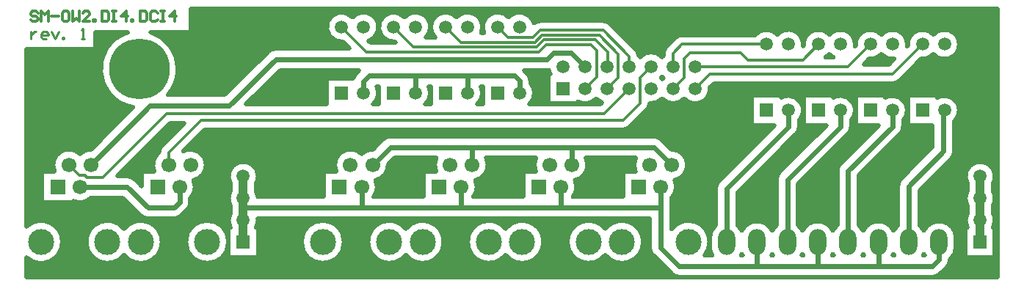
<source format=gtl>
G04 Layer_Physical_Order=1*
G04 Layer_Color=255*
%FSLAX42Y42*%
%MOMM*%
G71*
G01*
G75*
%ADD10C,0.50*%
%ADD11C,0.60*%
%ADD12C,1.00*%
%ADD13C,0.30*%
%ADD14C,0.25*%
%ADD15C,7.00*%
%ADD16C,1.50*%
%ADD17R,1.50X1.50*%
%ADD18C,1.50*%
%ADD19R,1.50X1.50*%
%ADD20O,2.00X3.00*%
%ADD21R,1.50X1.50*%
%ADD22C,1.70*%
%ADD23C,3.00*%
%ADD24R,1.70X1.70*%
D10*
X9160Y399D02*
G03*
X8864Y272I-127J-113D01*
G01*
X9457Y286D02*
G03*
X9160Y399I-170J0D01*
G01*
X8856Y264D02*
G03*
X8857Y286I-169J22D01*
G01*
X9160Y173D02*
G03*
X9457Y286I127J113D01*
G01*
X9019Y117D02*
G03*
X9160Y173I14J169D01*
G01*
X8857Y286D02*
G03*
X8560Y399I-170J0D01*
G01*
Y173D02*
G03*
X8709Y117I127J113D01*
G01*
X8560Y399D02*
G03*
X8264Y272I-127J-113D01*
G01*
X8419Y117D02*
G03*
X8560Y173I14J169D01*
G01*
X8692Y-165D02*
G03*
X8770Y-133I0J110D01*
G01*
X8692Y-165D02*
G03*
X8770Y-133I0J110D01*
G01*
X8257Y286D02*
G03*
X7960Y399I-170J0D01*
G01*
X8256Y264D02*
G03*
X8257Y286I-169J22D01*
G01*
X7960Y399D02*
G03*
X7664Y272I-127J-113D01*
G01*
X7960Y173D02*
G03*
X8005Y137I127J113D01*
G01*
X7915D02*
G03*
X7960Y173I-82J149D01*
G01*
X9457Y-476D02*
G03*
X9203Y-328I-170J0D01*
G01*
X9400Y-603D02*
G03*
X9457Y-476I-113J127D01*
G01*
X8857D02*
G03*
X8603Y-328I-170J0D01*
G01*
X8812Y-591D02*
G03*
X8857Y-476I-125J115D01*
G01*
X8775Y-751D02*
G03*
X8812Y-663I-88J88D01*
G01*
X8775Y-751D02*
G03*
X8812Y-663I-88J88D01*
G01*
X8257Y-476D02*
G03*
X8003Y-328I-170J0D01*
G01*
X8212Y-591D02*
G03*
X8257Y-476I-125J115D01*
G01*
X8175Y-751D02*
G03*
X8212Y-663I-88J88D01*
G01*
X8175Y-751D02*
G03*
X8212Y-663I-88J88D01*
G01*
X7360Y399D02*
G03*
X7103Y396I-127J-113D01*
G01*
X7656Y264D02*
G03*
X7657Y286I-169J22D01*
G01*
D02*
G03*
X7360Y399I-170J0D01*
G01*
X6261Y396D02*
G03*
X6183Y364I0J-110D01*
G01*
X6261Y396D02*
G03*
X6183Y364I0J-110D01*
G01*
X6080Y261D02*
G03*
X6048Y183I78J-78D01*
G01*
X6080Y261D02*
G03*
X6048Y183I78J-78D01*
G01*
Y157D02*
G03*
X6031Y140I110J-130D01*
G01*
Y-86D02*
G03*
X6045Y-100I127J113D01*
G01*
D02*
G03*
X6031Y-114I113J-127D01*
G01*
X5430Y525D02*
G03*
X5353Y557I-78J-78D01*
G01*
X5430Y525D02*
G03*
X5353Y557I-78J-78D01*
G01*
X4622D02*
G03*
X4551Y531I0J-110D01*
G01*
X4622Y557D02*
G03*
X4551Y531I0J-110D01*
G01*
X6031Y140D02*
G03*
X5777Y140I-127J-113D01*
G01*
X6031Y-114D02*
G03*
X6017Y-100I-127J-113D01*
G01*
D02*
G03*
X6031Y-86I-113J127D01*
G01*
X5777Y140D02*
G03*
X5760Y157I-127J-113D01*
G01*
D02*
G03*
X5728Y228I-110J-7D01*
G01*
X5760Y157D02*
G03*
X5728Y228I-110J-7D01*
G01*
X4722Y-11D02*
G03*
X4740Y-57I166J38D01*
G01*
X4703Y-12D02*
G03*
X4722Y-11I0J125D01*
G01*
X4703Y-12D02*
G03*
X4722Y-11I0J125D01*
G01*
X7657Y-476D02*
G03*
X7403Y-328I-170J0D01*
G01*
X7612Y-591D02*
G03*
X7657Y-476I-125J115D01*
G01*
X6582Y-227D02*
G03*
X6581Y-213I-170J0D01*
G01*
X6031Y-340D02*
G03*
X6285Y-340I127J113D01*
G01*
X5887Y-396D02*
G03*
X6031Y-340I17J169D01*
G01*
X6285D02*
G03*
X6582Y-227I127J113D01*
G01*
X5855Y-470D02*
G03*
X5887Y-396I-78J78D01*
G01*
X5855Y-470D02*
G03*
X5887Y-396I-78J78D01*
G01*
X7575Y-751D02*
G03*
X7612Y-663I-88J88D01*
G01*
X7575Y-751D02*
G03*
X7612Y-663I-88J88D01*
G01*
X6023Y-812D02*
G03*
X5935Y-775I-88J-88D01*
G01*
X6023Y-812D02*
G03*
X5935Y-775I-88J-88D01*
G01*
X5269Y-340D02*
G03*
X5336Y-386I127J113D01*
G01*
X5058Y-375D02*
G03*
X5269Y-340I84J148D01*
G01*
X5583Y-697D02*
G03*
X5660Y-665I0J110D01*
G01*
X5583Y-697D02*
G03*
X5660Y-665I0J110D01*
G01*
X9870Y-1238D02*
G03*
X9555Y-1327I-170J0D01*
G01*
X9845D02*
G03*
X9870Y-1238I-145J89D01*
G01*
X9363Y-1038D02*
G03*
X9400Y-950I-88J88D01*
G01*
X9363Y-1038D02*
G03*
X9400Y-950I-88J88D01*
G01*
X9870Y-1492D02*
G03*
X9845Y-1403I-170J0D01*
G01*
X9555D02*
G03*
X9555Y-1581I145J-89D01*
G01*
X9845D02*
G03*
X9870Y-1492I-145J89D01*
G01*
X8787Y-1262D02*
G03*
X8750Y-1350I88J-88D01*
G01*
X8787Y-1262D02*
G03*
X8750Y-1350I88J-88D01*
G01*
X8087Y-1087D02*
G03*
X8050Y-1175I88J-88D01*
G01*
X8087Y-1087D02*
G03*
X8050Y-1175I88J-88D01*
G01*
X9848Y-1830D02*
G03*
X9870Y-1746I-148J84D01*
G01*
D02*
G03*
X9845Y-1657I-170J0D01*
G01*
X9555D02*
G03*
X9552Y-1830I145J-89D01*
G01*
X9350Y-2200D02*
G03*
X9420Y-2050I-125J150D01*
G01*
X9313Y-2288D02*
G03*
X9350Y-2200I-88J88D01*
G01*
X9313Y-2288D02*
G03*
X9350Y-2200I-88J88D01*
G01*
X9150Y-2400D02*
G03*
X9238Y-2363I0J125D01*
G01*
X9050Y-1864D02*
G03*
X9000Y-1800I-175J-86D01*
G01*
X8700Y-1864D02*
G03*
X8350Y-1864I-175J-86D01*
G01*
X8050Y-1800D02*
G03*
X8000Y-1864I125J-150D01*
G01*
X7650Y-1864D02*
G03*
X7600Y-1800I-175J-86D01*
G01*
X9420Y-1950D02*
G03*
X9050Y-1864I-195J0D01*
G01*
Y-2136D02*
G03*
X9058Y-2150I175J86D01*
G01*
X9042D02*
G03*
X9050Y-2136I-167J100D01*
G01*
X8700Y-2136D02*
G03*
X8708Y-2150I175J86D01*
G01*
X8750Y-1800D02*
G03*
X8700Y-1864I125J-150D01*
G01*
X8692Y-2150D02*
G03*
X8700Y-2136I-167J100D01*
G01*
X8350D02*
G03*
X8358Y-2150I175J86D01*
G01*
X9150Y-2400D02*
G03*
X9238Y-2363I0J125D01*
G01*
X8342Y-2150D02*
G03*
X8350Y-2136I-167J100D01*
G01*
Y-1864D02*
G03*
X8300Y-1800I-175J-86D01*
G01*
X8000Y-2136D02*
G03*
X8008Y-2150I175J86D01*
G01*
X7992D02*
G03*
X8000Y-2136I-167J100D01*
G01*
Y-1864D02*
G03*
X7650Y-1864I-175J-86D01*
G01*
Y-2136D02*
G03*
X7658Y-2150I175J86D01*
G01*
X7642D02*
G03*
X7650Y-2136I-167J100D01*
G01*
X7387Y-1187D02*
G03*
X7350Y-1275I88J-88D01*
G01*
X7387Y-1187D02*
G03*
X7350Y-1275I88J-88D01*
G01*
X6687Y-1287D02*
G03*
X6650Y-1375I88J-88D01*
G01*
X6687Y-1287D02*
G03*
X6650Y-1375I88J-88D01*
G01*
X6321Y-1106D02*
G03*
X6137Y-926I-180J0D01*
G01*
X6176Y-1282D02*
G03*
X6321Y-1106I-35J176D01*
G01*
X5726Y-1025D02*
G03*
X5722Y-1180I161J-81D01*
G01*
X6194Y-1360D02*
G03*
X6176Y-1282I-180J0D01*
G01*
X5171Y-1106D02*
G03*
X5151Y-1025I-180J0D01*
G01*
X4576D02*
G03*
X4572Y-1180I161J-81D01*
G01*
X5026Y-1282D02*
G03*
X5171Y-1106I-35J176D01*
G01*
X5044Y-1360D02*
G03*
X5026Y-1282I-180J0D01*
G01*
X6138Y-1489D02*
G03*
X6194Y-1360I-125J130D01*
G01*
X5002Y-1475D02*
G03*
X5044Y-1360I-138J115D01*
G01*
X7350Y-1800D02*
G03*
X7300Y-1864I125J-150D01*
G01*
X7300D02*
G03*
X6950Y-1864I-175J-86D01*
G01*
X6950D02*
G03*
X6900Y-1800I-175J-86D01*
G01*
X6650D02*
G03*
X6580Y-1950I125J-150D01*
G01*
X6578Y-1994D02*
G03*
X6138Y-1846I-245J0D01*
G01*
X6578Y-1994D02*
G03*
X6138Y-1846I-245J0D01*
G01*
X6942Y-2150D02*
G03*
X6950Y-2136I-167J100D01*
G01*
X6580Y-2050D02*
G03*
X6608Y-2150I195J0D01*
G01*
X7300Y-2136D02*
G03*
X7308Y-2150I175J86D01*
G01*
X7292D02*
G03*
X7300Y-2136I-167J100D01*
G01*
X6522Y-2150D02*
G03*
X6578Y-1994I-189J155D01*
G01*
X6522Y-2150D02*
G03*
X6578Y-1994I-189J155D01*
G01*
X6950Y-2136D02*
G03*
X6958Y-2150I175J86D01*
G01*
X5888Y-2064D02*
G03*
X5925Y-2152I125J0D01*
G01*
X5888Y-2064D02*
G03*
X5925Y-2152I125J0D01*
G01*
X6137Y-2363D02*
G03*
X6225Y-2400I88J88D01*
G01*
X6137Y-2363D02*
G03*
X6225Y-2400I88J88D01*
G01*
X5812Y-1994D02*
G03*
X5375Y-1842I-245J0D01*
G01*
X5812Y-1994D02*
G03*
X5375Y-1842I-245J0D01*
G01*
Y-2147D02*
G03*
X5812Y-1994I192J152D01*
G01*
X5375Y-1842D02*
G03*
X5375Y-2147I-192J-152D01*
G01*
X5375Y-1842D02*
G03*
X5375Y-2147I-192J-152D01*
G01*
D02*
G03*
X5812Y-1994I192J152D01*
G01*
X4551Y531D02*
G03*
X4260Y599I-164J-45D01*
G01*
D02*
G03*
X3976Y420I-127J-113D01*
G01*
X4512Y-137D02*
G03*
X4475Y-49I-125J0D01*
G01*
X4512Y-137D02*
G03*
X4475Y-49I-125J0D01*
G01*
X3944Y420D02*
G03*
X3957Y486I-157J66D01*
G01*
D02*
G03*
X3660Y599I-170J0D01*
G01*
D02*
G03*
X3414Y365I-127J-113D01*
G01*
X3306D02*
G03*
X3357Y486I-119J121D01*
G01*
D02*
G03*
X3060Y599I-170J0D01*
G01*
X2757Y486D02*
G03*
X2460Y599I-170J0D01*
G01*
X3060Y599D02*
G03*
X2947Y317I-127J-113D01*
G01*
X2647Y327D02*
G03*
X2757Y486I-60J159D01*
G01*
X2460Y599D02*
G03*
X2347Y317I-127J-113D01*
G01*
X2499Y-50D02*
G03*
X2466Y-106I88J-88D01*
G01*
X2499Y-50D02*
G03*
X2466Y-106I88J-88D01*
G01*
X4557Y-276D02*
G03*
X4512Y-161I-170J0D01*
G01*
X4498Y-405D02*
G03*
X4557Y-276I-111J129D01*
G01*
X3957Y-276D02*
G03*
X3939Y-200I-170J0D01*
G01*
X3898Y-405D02*
G03*
X3957Y-276I-111J129D01*
G01*
X4021Y-1106D02*
G03*
X4001Y-1025I-180J0D01*
G01*
X3426D02*
G03*
X3422Y-1180I161J-81D01*
G01*
X3357Y-276D02*
G03*
X3339Y-200I-170J0D01*
G01*
X3298Y-405D02*
G03*
X3357Y-276I-111J129D01*
G01*
X2757Y-276D02*
G03*
X2739Y-200I-170J0D01*
G01*
X2698Y-405D02*
G03*
X2757Y-276I-111J129D01*
G01*
X2896Y-775D02*
G03*
X2808Y-812I0J-125D01*
G01*
X2896Y-775D02*
G03*
X2808Y-812I0J-125D01*
G01*
X2694Y-926D02*
G03*
X2564Y-978I-3J-180D01*
G01*
D02*
G03*
X2272Y-1180I-127J-128D01*
G01*
X1573Y238D02*
G03*
X1484Y201I0J-125D01*
G01*
X1573Y238D02*
G03*
X1484Y201I0J-125D01*
G01*
X445Y0D02*
G03*
X132Y425I-445J0D01*
G01*
X-132D02*
G03*
X-70Y-439I132J-425D01*
G01*
X331Y-297D02*
G03*
X445Y0I-331J297D01*
G01*
X770Y-1106D02*
G03*
X507Y-946I-180J0D01*
G01*
X259Y-883D02*
G03*
X227Y-961I78J-78D01*
G01*
X259Y-883D02*
G03*
X227Y-961I78J-78D01*
G01*
Y-963D02*
G03*
X172Y-1180I110J-142D01*
G01*
X-556Y-926D02*
G03*
X-686Y-978I-3J-180D01*
G01*
D02*
G03*
X-978Y-1180I-127J-128D01*
G01*
X3876Y-1282D02*
G03*
X4021Y-1106I-35J176D01*
G01*
X3852Y-1475D02*
G03*
X3894Y-1360I-138J115D01*
G01*
D02*
G03*
X3876Y-1282I-180J0D01*
G01*
X2726Y-1282D02*
G03*
X2870Y-1106I-35J176D01*
G01*
X2743Y-1360D02*
G03*
X2726Y-1282I-180J0D01*
G01*
X2702Y-1475D02*
G03*
X2743Y-1360I-138J115D01*
G01*
X4662Y-1994D02*
G03*
X4225Y-1842I-245J0D01*
G01*
X4662Y-1994D02*
G03*
X4225Y-1842I-245J0D01*
G01*
X4225D02*
G03*
X4225Y-2147I-192J-152D01*
G01*
X4225Y-1842D02*
G03*
X4225Y-2147I-192J-152D01*
G01*
D02*
G03*
X4662Y-1994I192J152D01*
G01*
X4225Y-2147D02*
G03*
X4662Y-1994I192J152D01*
G01*
X3512D02*
G03*
X3075Y-1842I-245J0D01*
G01*
X3512Y-1994D02*
G03*
X3075Y-1842I-245J0D01*
G01*
Y-2147D02*
G03*
X3512Y-1994I192J152D01*
G01*
X3075Y-2147D02*
G03*
X3512Y-1994I192J152D01*
G01*
X3075Y-1842D02*
G03*
X3075Y-2147I-192J-152D01*
G01*
X3075Y-1842D02*
G03*
X3075Y-2147I-192J-152D01*
G01*
X2362Y-1994D02*
G03*
X2362Y-1994I-245J0D01*
G01*
D02*
G03*
X2362Y-1994I-245J0D01*
G01*
X1370Y-1238D02*
G03*
X1055Y-1327I-170J0D01*
G01*
X1345D02*
G03*
X1370Y-1238I-145J89D01*
G01*
X1369Y-1475D02*
G03*
X1345Y-1403I-169J-17D01*
G01*
X626Y-1282D02*
G03*
X770Y-1106I-35J176D01*
G01*
X643Y-1360D02*
G03*
X626Y-1282I-180J0D01*
G01*
X589Y-1489D02*
G03*
X643Y-1360I-125J130D01*
G01*
X1055Y-1403D02*
G03*
X1055Y-1581I145J-89D01*
G01*
Y-1657D02*
G03*
X1052Y-1830I145J-89D01*
G01*
X552Y-1625D02*
G03*
X589Y-1536I-88J88D01*
G01*
X552Y-1625D02*
G03*
X589Y-1536I-88J88D01*
G01*
X400Y-1725D02*
G03*
X488Y-1688I0J125D01*
G01*
X400Y-1725D02*
G03*
X488Y-1688I0J125D01*
G01*
X12D02*
G03*
X100Y-1725I88J88D01*
G01*
X12Y-1688D02*
G03*
X100Y-1725I88J88D01*
G01*
X-52Y-1271D02*
G03*
X-140Y-1235I-88J-88D01*
G01*
X-52Y-1271D02*
G03*
X-140Y-1235I-88J-88D01*
G01*
X-761Y-1524D02*
G03*
X-557Y-1485I74J164D01*
G01*
X1348Y-1830D02*
G03*
X1370Y-1746I-148J84D01*
G01*
D02*
G03*
X1369Y-1725I-170J0D01*
G01*
X1028Y-1994D02*
G03*
X1028Y-1994I-245J0D01*
G01*
D02*
G03*
X1028Y-1994I-245J0D01*
G01*
X262D02*
G03*
X-175Y-1842I-245J0D01*
G01*
X262Y-1994D02*
G03*
X-175Y-1842I-245J0D01*
G01*
Y-2147D02*
G03*
X262Y-1994I192J152D01*
G01*
X-888D02*
G03*
X-1300Y-1815I-245J0D01*
G01*
X-888Y-1994D02*
G03*
X-1300Y-1815I-245J0D01*
G01*
Y-2174D02*
G03*
X-888Y-1994I167J179D01*
G01*
X-175Y-2147D02*
G03*
X262Y-1994I192J152D01*
G01*
X-175Y-1842D02*
G03*
X-175Y-2147I-192J-152D01*
G01*
X-175Y-1842D02*
G03*
X-175Y-2147I-192J-152D01*
G01*
X-1300Y-2174D02*
G03*
X-888Y-1994I167J179D01*
G01*
X9347Y445D02*
Y700D01*
X9297Y456D02*
Y700D01*
X9447Y344D02*
Y700D01*
X9397Y416D02*
Y700D01*
X9247Y451D02*
Y700D01*
X9197Y430D02*
Y700D01*
X9147Y412D02*
Y700D01*
X9452Y327D02*
X9900D01*
X9430Y377D02*
X9900D01*
X9447Y227D02*
X9900D01*
X9457Y277D02*
X9900D01*
X9381Y427D02*
X9900D01*
X9127D02*
X9193D01*
X9047Y455D02*
Y700D01*
X8997Y452D02*
Y700D01*
X9097Y444D02*
Y700D01*
X8947Y433D02*
Y700D01*
X8747Y445D02*
Y700D01*
X8697Y456D02*
Y700D01*
X8897Y388D02*
Y700D01*
X8852Y327D02*
X8868D01*
X8847Y344D02*
Y700D01*
X8856Y264D02*
X8864Y272D01*
X8781Y427D02*
X8939D01*
X8797Y416D02*
Y700D01*
X8830Y377D02*
X8890D01*
X9348Y127D02*
X9900D01*
X9418Y177D02*
X9900D01*
X9447Y-418D02*
Y228D01*
X9397Y-346D02*
Y156D01*
X9094Y127D02*
X9226D01*
X9347Y-317D02*
Y127D01*
X8930Y27D02*
X9900D01*
X8980Y77D02*
X9900D01*
X9297Y-306D02*
Y116D01*
X9247Y-311D02*
Y121D01*
X8830Y-73D02*
X9900D01*
X8880Y-23D02*
X9900D01*
X8780Y-123D02*
X9900D01*
X9097Y-306D02*
Y128D01*
X9047Y-306D02*
Y117D01*
X9197Y-306D02*
Y142D01*
X9147Y-306D02*
Y160D01*
X8697Y106D02*
Y116D01*
X8770Y-133D02*
X9019Y117D01*
X8997Y-306D02*
Y94D01*
X8947Y-306D02*
Y44D01*
X8897Y-306D02*
Y-6D01*
X8847Y-418D02*
Y-56D01*
X8747Y-317D02*
Y-150D01*
X8697Y-306D02*
Y-165D01*
X8797Y-346D02*
Y-106D01*
X8647Y451D02*
Y700D01*
X8497Y444D02*
Y700D01*
X8597Y430D02*
Y700D01*
X8547Y412D02*
Y700D01*
X8447Y455D02*
Y700D01*
X8397Y452D02*
Y700D01*
X8297Y388D02*
Y700D01*
X8197Y416D02*
Y700D01*
X8527Y427D02*
X8593D01*
X8347Y433D02*
Y700D01*
X8230Y377D02*
X8290D01*
X8247Y344D02*
Y700D01*
X5478Y477D02*
X9900D01*
X5428Y527D02*
X9900D01*
X8181Y427D02*
X8339D01*
X8097Y456D02*
Y700D01*
X8047Y451D02*
Y700D01*
X8147Y445D02*
Y700D01*
X7997Y430D02*
Y700D01*
X7897Y444D02*
Y700D01*
X7847Y455D02*
Y700D01*
X7947Y412D02*
Y700D01*
X7797Y452D02*
Y700D01*
X7747Y433D02*
Y700D01*
X7927Y427D02*
X7993D01*
X7697Y388D02*
Y700D01*
X7581Y427D02*
X7739D01*
X7630Y377D02*
X7690D01*
X7652Y327D02*
X7668D01*
X8597Y55D02*
Y142D01*
X8547Y55D02*
Y160D01*
X8494Y127D02*
X8626D01*
X8646Y55D02*
X8709Y117D01*
X8647Y56D02*
Y121D01*
X8380Y77D02*
X8669D01*
X8358Y55D02*
X8646D01*
X8597Y-306D02*
Y-165D01*
X8252Y327D02*
X8268D01*
X8256Y264D02*
X8264Y272D01*
X7656Y264D02*
X7664Y272D01*
X8358Y55D02*
X8419Y117D01*
X8397Y55D02*
Y94D01*
X8497Y55D02*
Y128D01*
X8447Y55D02*
Y117D01*
X7915Y137D02*
X8005D01*
X7947D02*
Y160D01*
X9422Y-373D02*
X9900D01*
X9360Y-323D02*
X9900D01*
X9448Y-423D02*
X9900D01*
X9203Y-323D02*
X9214D01*
X8863Y-306D02*
X9203D01*
Y-328D02*
Y-306D01*
X8863Y-646D02*
Y-306D01*
X9450Y-523D02*
X9900D01*
X9457Y-473D02*
X9900D01*
X9427Y-573D02*
X9900D01*
X8827D02*
X8863D01*
X8850Y-523D02*
X8863D01*
X9400Y-623D02*
X9900D01*
X8547Y-306D02*
Y-165D01*
X8497Y-306D02*
Y-165D01*
X8647Y-311D02*
Y-165D01*
X8397Y-306D02*
Y-165D01*
X8347Y-306D02*
Y-165D01*
X8447Y-306D02*
Y-165D01*
X8848Y-423D02*
X8863D01*
X8822Y-373D02*
X8863D01*
X8812Y-623D02*
X8863D01*
X8760Y-323D02*
X8863D01*
X8603D02*
X8614D01*
X8603Y-328D02*
Y-306D01*
X9400Y-723D02*
X9900D01*
X9400Y-673D02*
X9900D01*
X9400Y-950D02*
Y-603D01*
X9150Y-898D02*
Y-646D01*
X8812Y-673D02*
X9150D01*
X8863Y-646D02*
X9150D01*
X8797Y-723D02*
X9150D01*
X9400Y-823D02*
X9900D01*
X9400Y-773D02*
X9900D01*
X9400Y-923D02*
X9900D01*
X9400Y-873D02*
X9900D01*
X8704Y-823D02*
X9150D01*
X8754Y-773D02*
X9150D01*
X9398Y-973D02*
X9900D01*
X9147Y-901D02*
Y-646D01*
X8812Y-663D02*
Y-591D01*
X9097Y-951D02*
Y-646D01*
X9047Y-1001D02*
Y-646D01*
X8447Y-726D02*
Y-646D01*
X8397Y-776D02*
Y-646D01*
X8347Y-826D02*
Y-646D01*
X8654Y-873D02*
X9150D01*
X8604Y-923D02*
X9126D01*
X8554Y-973D02*
X9076D01*
X8497Y-676D02*
Y-646D01*
X8504Y-1023D02*
X9026D01*
X6630Y-165D02*
X8692D01*
X8297Y-306D02*
Y-165D01*
X8263Y-306D02*
X8603D01*
X8247Y-418D02*
Y-165D01*
X6582Y-223D02*
X9900D01*
X6622Y-173D02*
X9900D01*
X6576Y-273D02*
X9900D01*
X8248Y-423D02*
X8263D01*
X8222Y-373D02*
X8263D01*
X8227Y-573D02*
X8263D01*
X8250Y-523D02*
X8263D01*
X8160Y-323D02*
X8263D01*
X8097Y-306D02*
Y-165D01*
X8047Y-311D02*
Y-165D01*
X8197Y-346D02*
Y-165D01*
X8147Y-317D02*
Y-165D01*
X7947Y-306D02*
Y-165D01*
X7747Y-306D02*
Y-165D01*
X7997Y-306D02*
Y-165D01*
X7897Y-306D02*
Y-165D01*
X7847Y-306D02*
Y-165D01*
X8003Y-323D02*
X8014D01*
X8003Y-328D02*
Y-306D01*
X7663D02*
X8003D01*
X7697D02*
Y-165D01*
X7797Y-306D02*
Y-165D01*
X8263Y-646D02*
X8527D01*
X8263D02*
Y-306D01*
X8297Y-876D02*
Y-646D01*
X8247Y-926D02*
Y-534D01*
X8212Y-623D02*
X8263D01*
X8212Y-663D02*
Y-591D01*
X8212Y-673D02*
X8501D01*
X8197Y-723D02*
X8451D01*
X8154Y-773D02*
X8401D01*
X8104Y-823D02*
X8351D01*
X8054Y-873D02*
X8301D01*
X8004Y-923D02*
X8251D01*
X7897Y-676D02*
Y-646D01*
X7847Y-726D02*
Y-646D01*
X7797Y-776D02*
Y-646D01*
X7747Y-826D02*
Y-646D01*
X7663D02*
X7927D01*
X7663D02*
Y-306D01*
X7697Y-876D02*
Y-646D01*
X7612Y-673D02*
X7901D01*
X7597Y-723D02*
X7851D01*
X7954Y-973D02*
X8201D01*
X8197Y-976D02*
Y-722D01*
X7554Y-773D02*
X7801D01*
X7504Y-823D02*
X7751D01*
X7454Y-873D02*
X7701D01*
X7497Y456D02*
Y700D01*
X7447Y451D02*
Y700D01*
X7597Y416D02*
Y700D01*
X7547Y445D02*
Y700D01*
X7297Y444D02*
Y700D01*
X7147Y433D02*
Y700D01*
X7397Y430D02*
Y700D01*
X7347Y412D02*
Y700D01*
X7247Y455D02*
Y700D01*
X7197Y452D02*
Y700D01*
X7327Y427D02*
X7393D01*
X6261Y396D02*
X7103D01*
X7047D02*
Y700D01*
X7097Y396D02*
Y700D01*
X6547Y396D02*
Y700D01*
X6497Y396D02*
Y700D01*
X6647Y396D02*
Y700D01*
X6597Y396D02*
Y700D01*
X6347Y396D02*
Y700D01*
X6297Y396D02*
Y700D01*
X6397Y396D02*
Y700D01*
X6897Y396D02*
Y700D01*
X6847Y396D02*
Y700D01*
X6997Y396D02*
Y700D01*
X6947Y396D02*
Y700D01*
X6747Y396D02*
Y700D01*
X6697Y396D02*
Y700D01*
X6797Y396D02*
Y700D01*
X7647Y344D02*
Y700D01*
Y-418D02*
Y-165D01*
X7597Y-346D02*
Y-165D01*
X6447Y396D02*
Y700D01*
X7547Y-317D02*
Y-165D01*
X7197Y-306D02*
Y-165D01*
X7147Y-306D02*
Y-165D01*
X7447Y-311D02*
Y-165D01*
X7247Y-306D02*
Y-165D01*
X7097Y-306D02*
Y-165D01*
X6581Y-213D02*
X6630Y-165D01*
X6997Y-976D02*
Y-165D01*
X6247Y395D02*
Y700D01*
X6197Y375D02*
Y700D01*
X6147Y328D02*
Y700D01*
X6097Y278D02*
Y700D01*
X6047Y156D02*
Y700D01*
X6080Y261D02*
X6183Y364D01*
X6048Y157D02*
Y183D01*
X5497Y459D02*
Y700D01*
X5447Y509D02*
Y700D01*
X5597Y359D02*
Y700D01*
X5547Y409D02*
Y700D01*
X5247Y557D02*
Y700D01*
X5197Y557D02*
Y700D01*
X5397Y548D02*
Y700D01*
X5528Y427D02*
X7139D01*
X5578Y377D02*
X6200D01*
X4622Y557D02*
X5353D01*
X5297D02*
Y700D01*
X5347Y557D02*
Y700D01*
X5047Y557D02*
Y700D01*
X4997Y557D02*
Y700D01*
X5147Y557D02*
Y700D01*
X5097Y557D02*
Y700D01*
X4897Y557D02*
Y700D01*
X4847Y557D02*
Y700D01*
X4947Y557D02*
Y700D01*
X4697Y557D02*
Y700D01*
X4647Y557D02*
Y700D01*
X4797Y557D02*
Y700D01*
X4747Y557D02*
Y700D01*
X4597Y554D02*
Y700D01*
X5947Y191D02*
Y700D01*
X5897Y197D02*
Y700D01*
X5997Y169D02*
Y700D01*
X5847Y187D02*
Y700D01*
X5628Y327D02*
X6147D01*
X5678Y277D02*
X6097D01*
X5797Y159D02*
Y700D01*
X5983Y177D02*
X6048D01*
X5728Y227D02*
X6057D01*
X5757Y177D02*
X5825D01*
X5747Y202D02*
Y700D01*
X5697Y259D02*
Y700D01*
X5430Y525D02*
X5728Y228D01*
X5647Y309D02*
Y700D01*
X4718Y-57D02*
X4740D01*
X4718Y-397D02*
Y-57D01*
X4647Y-405D02*
Y-12D01*
X4597Y-405D02*
Y-12D01*
X4697Y-405D02*
Y-12D01*
X7560Y-323D02*
X7663D01*
X7497Y-306D02*
Y-165D01*
X7403Y-328D02*
Y-306D01*
X7063D02*
X7403D01*
X7347D02*
Y-165D01*
X7403Y-323D02*
X7414D01*
X7397Y-306D02*
Y-165D01*
X7648Y-423D02*
X7663D01*
X7622Y-373D02*
X7663D01*
X7627Y-573D02*
X7663D01*
X7650Y-523D02*
X7663D01*
X7612Y-623D02*
X7663D01*
X7612Y-663D02*
Y-591D01*
X7297Y-306D02*
Y-165D01*
X7063Y-646D02*
Y-306D01*
X6553Y-323D02*
X7063D01*
X6246Y-373D02*
X6324D01*
X5992D02*
X6070D01*
X7063Y-646D02*
X7327D01*
X6500Y-373D02*
X7063D01*
X5883Y-423D02*
X7063D01*
X7297Y-676D02*
Y-646D01*
X7247Y-726D02*
Y-646D01*
X7647Y-926D02*
Y-534D01*
X7197Y-776D02*
Y-646D01*
X7147Y-826D02*
Y-646D01*
X7097Y-876D02*
Y-646D01*
X7404Y-923D02*
X7651D01*
X7354Y-973D02*
X7601D01*
X7597Y-976D02*
Y-722D01*
X6034Y-823D02*
X7151D01*
X6084Y-873D02*
X7101D01*
X6134Y-923D02*
X7051D01*
X7047Y-926D02*
Y-165D01*
X6097Y-885D02*
Y-386D01*
X6297Y-1017D02*
Y-352D01*
X6247Y-960D02*
Y-372D01*
X5997Y-791D02*
Y-369D01*
X5947Y-776D02*
Y-391D01*
X6047Y-835D02*
Y-356D01*
X6147Y-926D02*
Y-397D01*
X6023Y-812D02*
X6137Y-926D01*
X6262Y-973D02*
X7001D01*
X6197Y-935D02*
Y-392D01*
X5897Y-775D02*
Y-397D01*
X5316Y-405D02*
X5336Y-386D01*
X5297Y-405D02*
Y-365D01*
X5247Y-405D02*
Y-361D01*
X5230Y-373D02*
X5308D01*
X5197Y-405D02*
Y-388D01*
X5803Y-523D02*
X7063D01*
X5853Y-473D02*
X7063D01*
X5703Y-623D02*
X7063D01*
X5753Y-573D02*
X7063D01*
X5652Y-673D02*
X7301D01*
X5660Y-665D02*
X5855Y-470D01*
X5147Y-405D02*
Y-397D01*
X5058Y-397D02*
Y-375D01*
X5097Y-405D02*
Y-391D01*
X5047Y-405D02*
Y-397D01*
X4557Y-273D02*
X4718D01*
X4548Y-223D02*
X4718D01*
X4550Y-323D02*
X4718D01*
X4897Y-405D02*
Y-397D01*
X4847Y-405D02*
Y-397D01*
X4997Y-405D02*
Y-397D01*
X4947Y-405D02*
Y-397D01*
X4718D02*
X5058D01*
X4747Y-405D02*
Y-397D01*
X4797Y-405D02*
Y-397D01*
X5747Y-775D02*
Y-579D01*
X5697Y-775D02*
Y-629D01*
X5847Y-775D02*
Y-479D01*
X5797Y-775D02*
Y-529D01*
X5597Y-775D02*
Y-697D01*
X5647Y-775D02*
Y-677D01*
X5447Y-775D02*
Y-697D01*
X5397Y-775D02*
Y-697D01*
X5547Y-775D02*
Y-697D01*
X5497Y-775D02*
Y-697D01*
X4992Y-775D02*
X5935D01*
X5297D02*
Y-697D01*
X5347Y-775D02*
Y-697D01*
X4797Y-775D02*
Y-697D01*
X4747Y-775D02*
Y-697D01*
X4897Y-775D02*
Y-697D01*
X4847Y-775D02*
Y-697D01*
X4647Y-775D02*
Y-697D01*
X4597Y-775D02*
Y-697D01*
X4697Y-775D02*
Y-697D01*
X5147Y-775D02*
Y-697D01*
X5097Y-775D02*
Y-697D01*
X5247Y-775D02*
Y-697D01*
X5197Y-775D02*
Y-697D01*
X4997Y-775D02*
Y-697D01*
X4947Y-775D02*
Y-697D01*
X5047Y-775D02*
Y-697D01*
X9739Y-1073D02*
X9900D01*
X9747Y-1075D02*
Y700D01*
X9847Y-1153D02*
Y700D01*
X9797Y-1098D02*
Y700D01*
X9377Y-1023D02*
X9900D01*
X9697Y-1068D02*
Y700D01*
X9647Y-1076D02*
Y700D01*
X9869Y-1223D02*
X9900D01*
X9857Y-1173D02*
X9900D01*
X9847Y-1323D02*
X9900D01*
X9866Y-1273D02*
X9900D01*
X9825Y-1123D02*
X9900D01*
X9329Y-1073D02*
X9661D01*
X8997Y-1051D02*
Y-646D01*
X8947Y-1101D02*
Y-646D01*
X9597Y-1103D02*
Y700D01*
X9547Y-1164D02*
Y700D01*
X8897Y-1151D02*
Y-646D01*
X8847Y-1201D02*
Y-534D01*
X8797Y-1251D02*
Y-722D01*
X9279Y-1123D02*
X9575D01*
X9229Y-1173D02*
X9543D01*
X9129Y-1273D02*
X9534D01*
X9179Y-1223D02*
X9531D01*
X9079Y-1323D02*
X9553D01*
X9845Y-1373D02*
X9900D01*
X9847Y-1407D02*
Y-1323D01*
X9900Y-2400D02*
Y700D01*
X9897Y-2400D02*
Y700D01*
X9845Y-1403D02*
Y-1327D01*
X9555Y-1403D02*
Y-1327D01*
X9547Y-1418D02*
Y-1312D01*
X9869Y-1473D02*
X9900D01*
X9855Y-1423D02*
X9900D01*
X9867Y-1523D02*
X9900D01*
X9029Y-1373D02*
X9555D01*
X9397Y-1858D02*
Y-977D01*
X9347Y-1798D02*
Y-1055D01*
X9497Y-2400D02*
Y700D01*
X9447Y-2400D02*
Y-534D01*
X9000Y-1402D02*
X9363Y-1038D01*
X9247Y-1756D02*
Y-1155D01*
X9297Y-1769D02*
Y-1105D01*
X9197Y-1757D02*
Y-1205D01*
X9147Y-1771D02*
Y-1255D01*
X9097Y-1803D02*
Y-1305D01*
X9047Y-1858D02*
Y-1355D01*
X9000Y-1423D02*
X9545D01*
X9000Y-1473D02*
X9531D01*
X9000Y-1800D02*
Y-1402D01*
X8454Y-1073D02*
X8976D01*
X8404Y-1123D02*
X8926D01*
X8787Y-1262D02*
X9150Y-898D01*
X8300Y-1227D02*
X8775Y-751D01*
X8087Y-1087D02*
X8527Y-646D01*
X7904Y-1023D02*
X8151D01*
X7600Y-1327D02*
X8175Y-751D01*
X8354Y-1173D02*
X8876D01*
X8304Y-1223D02*
X8826D01*
X8300Y-1273D02*
X8777D01*
X8300Y-1323D02*
X8753D01*
X8300Y-1373D02*
X8750D01*
X8147Y-1026D02*
Y-780D01*
X7854Y-1073D02*
X8101D01*
X8097Y-1076D02*
Y-830D01*
X7304Y-1023D02*
X7551D01*
X7547Y-1026D02*
Y-780D01*
X7387Y-1187D02*
X7927Y-646D01*
X7804Y-1123D02*
X8062D01*
X7754Y-1173D02*
X8050D01*
X7704Y-1223D02*
X8050D01*
X7604Y-1323D02*
X8050D01*
X7654Y-1273D02*
X8050D01*
X7600Y-1373D02*
X8050D01*
X8647Y-1798D02*
Y-880D01*
X8597Y-1769D02*
Y-930D01*
X8747Y-1803D02*
Y-780D01*
X8697Y-1858D02*
Y-830D01*
X8547Y-1756D02*
Y-980D01*
X8497Y-1757D02*
Y-1030D01*
X8447Y-1771D02*
Y-1080D01*
X8750Y-1800D02*
Y-1350D01*
X8300Y-1800D02*
Y-1227D01*
X8397Y-1803D02*
Y-1130D01*
X8347Y-1858D02*
Y-1180D01*
X8300Y-1473D02*
X8750D01*
X8300Y-1423D02*
X8750D01*
X8300Y-1523D02*
X8750D01*
X7947Y-1798D02*
Y-980D01*
X7897Y-1769D02*
Y-1030D01*
X8047Y-1803D02*
Y-880D01*
X7997Y-1858D02*
Y-930D01*
X7847Y-1756D02*
Y-1080D01*
X6900Y-1427D02*
X7575Y-751D01*
X7797Y-1757D02*
Y-1130D01*
X8050Y-1800D02*
Y-1175D01*
X7747Y-1771D02*
Y-1180D01*
X7697Y-1803D02*
Y-1230D01*
X7647Y-1858D02*
Y-1280D01*
X7600Y-1473D02*
X8050D01*
X7600Y-1423D02*
X8050D01*
X7600Y-1800D02*
Y-1327D01*
X9853Y-1673D02*
X9900D01*
X9850Y-1573D02*
X9900D01*
X9868Y-1773D02*
X9900D01*
X9868Y-1723D02*
X9900D01*
X9845Y-1623D02*
X9900D01*
X9847Y-1661D02*
Y-1577D01*
X9870Y-1923D02*
X9900D01*
X9870Y-1873D02*
X9900D01*
X9870Y-2073D02*
X9900D01*
X9870Y-1973D02*
X9900D01*
X9852Y-1823D02*
X9900D01*
X9848Y-1830D02*
X9870D01*
Y-2023D02*
X9900D01*
X9845Y-1657D02*
Y-1581D01*
X9555Y-1657D02*
Y-1581D01*
X9547Y-1830D02*
Y-1820D01*
Y-1672D02*
Y-1566D01*
X9373Y-1823D02*
X9548D01*
X9306Y-1773D02*
X9532D01*
X9530Y-1830D02*
X9552D01*
X9420Y-1973D02*
X9530D01*
X9420Y-2023D02*
X9530D01*
X9420Y-2050D02*
Y-1950D01*
X9418Y-1923D02*
X9530D01*
X9404Y-1873D02*
X9530D01*
X9419Y-2073D02*
X9530D01*
X9870Y-2123D02*
X9900D01*
X9870Y-2170D02*
Y-1830D01*
X9847Y-2400D02*
Y-2170D01*
X9797Y-2400D02*
Y-2170D01*
X9530D02*
X9870D01*
X9647Y-2400D02*
Y-2170D01*
X9697Y-2400D02*
Y-2170D01*
X9348Y-2223D02*
X9900D01*
X9377Y-2173D02*
X9900D01*
X9327Y-2273D02*
X9900D01*
X9747Y-2400D02*
Y-2170D01*
X9228Y-2373D02*
X9900D01*
X9279Y-2323D02*
X9900D01*
X9150Y-2400D02*
X9900D01*
X9530Y-2170D02*
Y-1830D01*
X9406Y-2123D02*
X9530D01*
X9597Y-2400D02*
Y-2170D01*
X9547Y-2400D02*
Y-2170D01*
X9397Y-2400D02*
Y-2142D01*
X9347Y-2400D02*
Y-2227D01*
X9297Y-2400D02*
Y-2305D01*
X9247Y-2400D02*
Y-2355D01*
X9238Y-2363D02*
X9313Y-2288D01*
X9197Y-2400D02*
Y-2391D01*
X9000Y-1573D02*
X9550D01*
X9000Y-1523D02*
X9533D01*
X9000Y-1623D02*
X9555D01*
X9000Y-1673D02*
X9547D01*
X8300Y-1623D02*
X8750D01*
X8300Y-1573D02*
X8750D01*
X8300Y-1673D02*
X8750D01*
X9000Y-1723D02*
X9532D01*
X9000Y-1773D02*
X9144D01*
X9023Y-1823D02*
X9077D01*
X8606Y-1773D02*
X8750D01*
X8300Y-1723D02*
X8750D01*
X8673Y-1823D02*
X8727D01*
X7600Y-1573D02*
X8050D01*
X7600Y-1523D02*
X8050D01*
X7600Y-1623D02*
X8050D01*
X7600Y-1723D02*
X8050D01*
X7600Y-1673D02*
X8050D01*
X7600Y-1773D02*
X7744D01*
X8300D02*
X8444D01*
X8323Y-1823D02*
X8377D01*
X7973D02*
X8027D01*
X7906Y-1773D02*
X8050D01*
X7623Y-1823D02*
X7677D01*
X9042Y-2150D02*
X9058D01*
X8697D02*
Y-2142D01*
X9047Y-2150D02*
Y-2142D01*
X8525Y-2400D02*
X9150D01*
X8692Y-2150D02*
X8708D01*
X7825Y-2400D02*
X8525D01*
X7992Y-2150D02*
X8008D01*
X7997D02*
Y-2142D01*
X8342Y-2150D02*
X8358D01*
X8347D02*
Y-2142D01*
X7642Y-2150D02*
X7658D01*
X7647D02*
Y-2142D01*
X7125Y-2400D02*
X7825D01*
X7254Y-1073D02*
X7501D01*
X7497Y-1076D02*
Y-830D01*
X7447Y-1126D02*
Y-880D01*
X7397Y-1176D02*
Y-930D01*
X7204Y-1123D02*
X7451D01*
X6300Y-1023D02*
X6951D01*
X7154Y-1173D02*
X7401D01*
X6687Y-1287D02*
X7327Y-646D01*
X7104Y-1223D02*
X7362D01*
X7054Y-1273D02*
X7350D01*
X6954Y-1373D02*
X7350D01*
X7004Y-1323D02*
X7350D01*
X6904Y-1423D02*
X7350D01*
X6947Y-1026D02*
Y-165D01*
X6897Y-1076D02*
Y-165D01*
X6847Y-1126D02*
Y-165D01*
X6797Y-1176D02*
Y-165D01*
X6317Y-1073D02*
X6901D01*
X6747Y-1226D02*
Y-165D01*
X6697Y-1276D02*
Y-165D01*
X6320Y-1123D02*
X6851D01*
X6308Y-1173D02*
X6801D01*
X6277Y-1223D02*
X6751D01*
X6207Y-1273D02*
X6701D01*
X6193Y-1373D02*
X6650D01*
X7350Y-1800D02*
Y-1275D01*
X7247Y-1798D02*
Y-1080D01*
X7347Y-1803D02*
Y-980D01*
X7297Y-1858D02*
Y-1030D01*
X7147Y-1756D02*
Y-1180D01*
X7097Y-1757D02*
Y-1230D01*
X7197Y-1769D02*
Y-1130D01*
X6900Y-1523D02*
X7350D01*
X6900Y-1473D02*
X7350D01*
X6900Y-1573D02*
X7350D01*
X7047Y-1771D02*
Y-1280D01*
X6900Y-1673D02*
X7350D01*
X6900Y-1623D02*
X7350D01*
X6900Y-1723D02*
X7350D01*
X6647Y-1803D02*
Y-165D01*
X6497Y-1812D02*
Y-374D01*
X6597Y-1870D02*
Y-198D01*
X6547Y-1875D02*
Y-330D01*
X6397Y-1758D02*
Y-396D01*
X6347Y-1750D02*
Y-384D01*
X6447Y-1778D02*
Y-393D01*
X6900Y-1800D02*
Y-1427D01*
X6650Y-1800D02*
Y-1375D01*
X6997Y-1803D02*
Y-1330D01*
X6947Y-1858D02*
Y-1380D01*
X6297Y-1752D02*
Y-1194D01*
X6247Y-1765D02*
Y-1251D01*
X6197Y-1791D02*
Y-1276D01*
X5697Y-1180D02*
Y-1025D01*
X5151D02*
X5726D01*
X5167Y-1073D02*
X5710D01*
X5647Y-1180D02*
Y-1025D01*
X6190Y-1323D02*
X6662D01*
X6154Y-1473D02*
X6650D01*
X6182Y-1423D02*
X6650D01*
X5158Y-1173D02*
X5719D01*
X5170Y-1123D02*
X5707D01*
X5579Y-1180D02*
X5722D01*
X5597D02*
Y-1025D01*
X5579Y-1475D02*
Y-1180D01*
X5447Y-1475D02*
Y-1025D01*
X5397Y-1475D02*
Y-1025D01*
X5057Y-1273D02*
X5579D01*
X5127Y-1223D02*
X5579D01*
X5043Y-1373D02*
X5579D01*
X5040Y-1323D02*
X5579D01*
X5032Y-1423D02*
X5579D01*
X5004Y-1473D02*
X5579D01*
X5547Y-1475D02*
Y-1025D01*
X6147Y-1835D02*
Y-1480D01*
X6138Y-1600D02*
Y-1489D01*
X5002Y-1475D02*
X5579D01*
X5347D02*
Y-1025D01*
X5497Y-1475D02*
Y-1025D01*
X6138Y-1573D02*
X6650D01*
X6138Y-1523D02*
X6650D01*
X6138Y-1623D02*
X6650D01*
X6138Y-1846D02*
Y-1600D01*
Y-1723D02*
X6650D01*
X6138Y-1673D02*
X6650D01*
X5397Y-1818D02*
Y-1725D01*
X5197Y-1475D02*
Y-1025D01*
X5147Y-1475D02*
Y-1194D01*
X5297Y-1475D02*
Y-1025D01*
X5247Y-1475D02*
Y-1025D01*
X5047Y-1475D02*
Y-1276D01*
X5097Y-1475D02*
Y-1251D01*
X5147Y-1752D02*
Y-1725D01*
X5047Y-1791D02*
Y-1725D01*
X5347Y-1812D02*
Y-1725D01*
X4897Y-2400D02*
Y-1725D01*
X4697Y-2400D02*
Y-1725D01*
X4647Y-1910D02*
Y-1725D01*
X4847Y-2400D02*
Y-1725D01*
X7206Y-1773D02*
X7350D01*
X6923Y-1823D02*
X6977D01*
X6900Y-1773D02*
X7044D01*
X6437D02*
X6650D01*
X7273Y-1823D02*
X7327D01*
X6567Y-1923D02*
X6582D01*
X6597Y-2150D02*
Y-2130D01*
X6565Y-2073D02*
X6581D01*
X6508Y-1823D02*
X6627D01*
X6546Y-1873D02*
X6596D01*
X6542Y-2123D02*
X6594D01*
X6138Y-1773D02*
X6229D01*
X6138Y-1823D02*
X6158D01*
X5797Y-1910D02*
Y-1725D01*
X5747Y-1828D02*
Y-1725D01*
X5888Y-2064D02*
Y-1725D01*
X5811Y-1973D02*
X5888D01*
X5801Y-1923D02*
X5888D01*
X6580Y-2050D02*
Y-1950D01*
X5810Y-2023D02*
X5888D01*
X5799Y-2073D02*
X5889D01*
X5780Y-1873D02*
X5888D01*
X5776Y-2123D02*
X5903D01*
X6547Y-2150D02*
Y-2114D01*
X6947Y-2150D02*
Y-2142D01*
X7292Y-2150D02*
X7308D01*
X7297D02*
Y-2142D01*
X6942Y-2150D02*
X6958D01*
X6522D02*
X6608D01*
X6225Y-2400D02*
X7125D01*
X5925Y-2152D02*
X6137Y-2363D01*
X5897Y-2400D02*
Y-2109D01*
X5797Y-2400D02*
Y-2079D01*
X5747Y-2400D02*
Y-2161D01*
X5847Y-2400D02*
Y-1725D01*
X6097Y-2400D02*
Y-2324D01*
X6147Y-2400D02*
Y-2373D01*
X5997Y-2400D02*
Y-2224D01*
X5947Y-2400D02*
Y-2174D01*
X6047Y-2400D02*
Y-2274D01*
X5597Y-1751D02*
Y-1725D01*
X5547Y-1750D02*
Y-1725D01*
X5697Y-1787D02*
Y-1725D01*
X5647Y-1763D02*
Y-1725D01*
X4850D02*
X5888D01*
X5497Y-1760D02*
Y-1725D01*
X5447Y-1781D02*
Y-1725D01*
X5742Y-1823D02*
X5888D01*
X5671Y-1773D02*
X5888D01*
X5287D02*
X5463D01*
X5358Y-1823D02*
X5392D01*
X5351Y-2173D02*
X5399D01*
X5247Y-1758D02*
Y-1725D01*
X5197Y-1750D02*
Y-1725D01*
X5297Y-1778D02*
Y-1725D01*
X5097Y-1765D02*
Y-1725D01*
X4997Y-1835D02*
Y-1725D01*
X4597Y-1828D02*
Y-1725D01*
X4947Y-1929D02*
Y-1725D01*
X4651Y-1923D02*
X4949D01*
X4661Y-1973D02*
X4939D01*
X4649Y-2073D02*
X4951D01*
X4660Y-2023D02*
X4940D01*
X4592Y-1823D02*
X5008D01*
X4630Y-1873D02*
X4970D01*
X4626Y-2123D02*
X4974D01*
X5735Y-2173D02*
X5946D01*
X5697Y-2400D02*
Y-2202D01*
X5397Y-2400D02*
Y-2171D01*
X5656Y-2223D02*
X5996D01*
X5647Y-2400D02*
Y-2226D01*
X5597Y-2400D02*
Y-2238D01*
X5547Y-2400D02*
Y-2239D01*
X5272Y-2223D02*
X5478D01*
X5447Y-2400D02*
Y-2208D01*
X5497Y-2400D02*
Y-2229D01*
X4797Y-2400D02*
Y-1725D01*
X4747Y-2400D02*
Y-1725D01*
X4997Y-2400D02*
Y-2154D01*
X4947Y-2400D02*
Y-2060D01*
X4585Y-2173D02*
X5015D01*
X4597Y-2400D02*
Y-2161D01*
X4647Y-2400D02*
Y-2079D01*
X5247Y-2400D02*
Y-2231D01*
X5197Y-2400D02*
Y-2239D01*
X5347Y-2400D02*
Y-2177D01*
X5297Y-2400D02*
Y-2211D01*
X5097Y-2400D02*
Y-2224D01*
X5047Y-2400D02*
Y-2198D01*
X5147Y-2400D02*
Y-2237D01*
X4397Y656D02*
Y700D01*
X4347Y651D02*
Y700D01*
X4497Y616D02*
Y700D01*
X4447Y645D02*
Y700D01*
X4297Y630D02*
Y700D01*
X4047Y633D02*
Y700D01*
X4247Y612D02*
Y700D01*
X3997Y588D02*
Y700D01*
X4227Y627D02*
X4293D01*
X4197Y644D02*
Y700D01*
X4530Y577D02*
X9900D01*
X4481Y627D02*
X9900D01*
X4147Y655D02*
Y700D01*
X4097Y652D02*
Y700D01*
X3881Y627D02*
X4039D01*
X3797Y656D02*
Y700D01*
X3747Y651D02*
Y700D01*
X3847Y645D02*
Y700D01*
X3697Y630D02*
Y700D01*
X3647Y612D02*
Y700D01*
X3597Y644D02*
Y700D01*
X3397Y588D02*
Y700D01*
X3627Y627D02*
X3693D01*
X3547Y655D02*
Y700D01*
X3930Y577D02*
X3990D01*
X3897Y616D02*
Y700D01*
X3497Y652D02*
Y700D01*
X3447Y633D02*
Y700D01*
X3330Y577D02*
X3390D01*
X4547Y544D02*
Y700D01*
X4439Y-12D02*
X4703D01*
X4547Y-218D02*
Y-12D01*
X3947Y427D02*
X3973D01*
X3944Y420D02*
X3976D01*
X4494Y-73D02*
X4718D01*
X4497Y-78D02*
Y-12D01*
X4449Y-23D02*
X4725D01*
X4447Y-20D02*
Y-12D01*
X4439D02*
X4475Y-49D01*
X3952Y527D02*
X3968D01*
X3947Y544D02*
Y700D01*
X3352Y527D02*
X3368D01*
X3347Y544D02*
Y700D01*
X3947Y420D02*
Y428D01*
X3347Y427D02*
X3373D01*
X3397Y365D02*
Y384D01*
X3347Y365D02*
Y428D01*
X3318Y377D02*
X3402D01*
X3306Y365D02*
X3414D01*
X3197Y656D02*
Y700D01*
X3147Y651D02*
Y700D01*
X3297Y616D02*
Y700D01*
X3247Y645D02*
Y700D01*
X594D02*
X9900D01*
X2947Y655D02*
Y700D01*
X3097Y630D02*
Y700D01*
X2897Y652D02*
Y700D01*
X3281Y627D02*
X3439D01*
X3027D02*
X3093D01*
X3047Y612D02*
Y700D01*
X594Y677D02*
X9900D01*
X2997Y644D02*
Y700D01*
X2847Y633D02*
Y700D01*
X2697Y616D02*
Y700D01*
X2647Y645D02*
Y700D01*
X2797Y588D02*
Y700D01*
X2747Y544D02*
Y700D01*
X2597Y656D02*
Y700D01*
X2397Y644D02*
Y700D01*
X2447Y612D02*
Y700D01*
X2681Y627D02*
X2839D01*
X2547Y651D02*
Y700D01*
X2730Y577D02*
X2790D01*
X2752Y527D02*
X2768D01*
X2497Y630D02*
Y700D01*
X2427Y627D02*
X2493D01*
X2747Y427D02*
X2773D01*
X2797Y310D02*
Y384D01*
X2747Y310D02*
Y428D01*
X2718Y377D02*
X2802D01*
X2697Y310D02*
Y356D01*
X2665Y310D02*
X2953D01*
X2847D02*
Y339D01*
X2947Y317D02*
X2953Y310D01*
X2897D02*
Y320D01*
X2648Y327D02*
X2872D01*
X2647Y327D02*
X2665Y310D01*
X2499Y-50D02*
X2536Y-12D01*
X2347Y317D02*
X2426Y238D01*
X2497Y-51D02*
Y-12D01*
X2397Y238D02*
Y266D01*
X1573Y238D02*
X2426D01*
X348Y277D02*
X2386D01*
X1624Y-12D02*
X2536D01*
X2447Y-106D02*
Y-12D01*
X2397Y-106D02*
Y-12D01*
X1614Y-23D02*
X2526D01*
X1564Y-73D02*
X2480D01*
X2163Y-106D02*
X2466D01*
X4522Y-173D02*
X4718D01*
X4527Y-373D02*
X4718D01*
X4547Y-405D02*
Y-334D01*
X4511Y-123D02*
X4718D01*
X4512Y-161D02*
Y-137D01*
X3950Y-323D02*
X3963D01*
X4498Y-405D02*
X5316D01*
X4547Y-775D02*
Y-697D01*
X4447Y-775D02*
Y-697D01*
X4397Y-775D02*
Y-697D01*
X4097Y-775D02*
Y-697D01*
X4047Y-775D02*
Y-697D01*
X4147Y-775D02*
Y-697D01*
X3948Y-223D02*
X3963D01*
X3947Y-218D02*
Y-200D01*
X3963Y-405D02*
Y-200D01*
X3939D02*
X3963D01*
X3347Y-218D02*
Y-200D01*
X3363Y-405D02*
Y-200D01*
X3927Y-373D02*
X3963D01*
X3947Y-405D02*
Y-334D01*
X3898Y-405D02*
X3963D01*
X3350Y-323D02*
X3363D01*
X3348Y-223D02*
X3363D01*
X3347Y-405D02*
Y-334D01*
X4297Y-775D02*
Y-697D01*
X4247Y-775D02*
Y-697D01*
X4497Y-775D02*
Y-697D01*
X4347Y-775D02*
Y-697D01*
X3997Y-775D02*
Y-697D01*
X3947Y-775D02*
Y-697D01*
X4197Y-775D02*
Y-697D01*
X4017Y-1073D02*
X4560D01*
X4020Y-1123D02*
X4557D01*
X4008Y-1173D02*
X4569D01*
X4547Y-1180D02*
Y-1025D01*
X3840Y-775D02*
X4992D01*
X4001Y-1025D02*
X4576D01*
X3797Y-775D02*
Y-697D01*
X3747Y-775D02*
Y-697D01*
X3897Y-775D02*
Y-697D01*
X3847Y-775D02*
Y-697D01*
X3647Y-775D02*
Y-697D01*
X3597Y-775D02*
Y-697D01*
X3697Y-775D02*
Y-697D01*
X3547Y-775D02*
Y-697D01*
X3497Y-775D02*
Y-697D01*
X3447Y-775D02*
Y-697D01*
X3397Y-1180D02*
Y-1025D01*
Y-775D02*
Y-697D01*
X3347Y-1180D02*
Y-1025D01*
X3339Y-200D02*
X3363D01*
X3327Y-373D02*
X3363D01*
X756Y-697D02*
X5583D01*
X3298Y-405D02*
X3363D01*
X3097Y-775D02*
Y-697D01*
X3247Y-775D02*
Y-697D01*
X3197Y-775D02*
Y-697D01*
X3347Y-775D02*
Y-697D01*
X3297Y-775D02*
Y-697D01*
X730Y-723D02*
X7251D01*
X680Y-773D02*
X7201D01*
X2896Y-775D02*
X3840D01*
X2748Y-223D02*
X2763D01*
X2747Y-218D02*
Y-200D01*
X2763Y-405D02*
Y-200D01*
X2750Y-323D02*
X2763D01*
X2739Y-200D02*
X2763D01*
X2947Y-775D02*
Y-697D01*
X2897Y-775D02*
Y-697D01*
X3047Y-775D02*
Y-697D01*
X2997Y-775D02*
Y-697D01*
X2727Y-373D02*
X2763D01*
X2747Y-405D02*
Y-334D01*
X2698Y-405D02*
X2763D01*
X3147Y-775D02*
Y-697D01*
X2847Y-785D02*
Y-697D01*
X2797Y-822D02*
Y-697D01*
X630Y-823D02*
X2797D01*
X2694Y-926D02*
X2808Y-812D01*
X2948Y-1025D02*
X3426D01*
X2900Y-1073D02*
X3410D01*
X3279Y-1180D02*
X3422D01*
X3297D02*
Y-1025D01*
X2870Y-1123D02*
X3407D01*
X2870Y-1102D02*
X2948Y-1025D01*
X2858Y-1173D02*
X3419D01*
X2747Y-872D02*
Y-697D01*
X2697Y-922D02*
Y-697D01*
X2647Y-931D02*
Y-697D01*
X2597Y-952D02*
Y-697D01*
X2447Y-926D02*
Y-697D01*
X2397Y-930D02*
Y-697D01*
X2547Y-963D02*
Y-697D01*
X2497Y-936D02*
Y-697D01*
X2347Y-949D02*
Y-697D01*
X2558Y-973D02*
X2569D01*
X580Y-873D02*
X2747D01*
X530Y-923D02*
X2697D01*
X2347Y655D02*
Y700D01*
X2297Y652D02*
Y700D01*
X2247Y633D02*
Y700D01*
X2197Y588D02*
Y700D01*
X1947Y238D02*
Y700D01*
X1847Y238D02*
Y700D01*
X2147Y238D02*
Y700D01*
X2097Y238D02*
Y700D01*
X2247Y238D02*
Y339D01*
X2197Y238D02*
Y384D01*
X2347Y238D02*
Y316D01*
X2297Y238D02*
Y320D01*
X1997Y238D02*
Y700D01*
X1897Y238D02*
Y700D01*
X2047Y238D02*
Y700D01*
X1697Y238D02*
Y700D01*
X1647Y238D02*
Y700D01*
X1797Y238D02*
Y700D01*
X1747Y238D02*
Y700D01*
X1597Y238D02*
Y700D01*
X1547Y235D02*
Y700D01*
X1347Y64D02*
Y700D01*
X1497Y212D02*
Y700D01*
X1447Y164D02*
Y700D01*
X1397Y114D02*
Y700D01*
X1297Y14D02*
Y700D01*
X1247Y-36D02*
Y700D01*
X1897Y-405D02*
Y-12D01*
X1847Y-405D02*
Y-12D01*
X1997Y-405D02*
Y-12D01*
X1947Y-405D02*
Y-12D01*
X1747Y-405D02*
Y-12D01*
X1697Y-405D02*
Y-12D01*
X1797Y-405D02*
Y-12D01*
X2247Y-106D02*
Y-12D01*
X2197Y-106D02*
Y-12D01*
X2347Y-106D02*
Y-12D01*
X2297Y-106D02*
Y-12D01*
X2097Y-405D02*
Y-12D01*
X2047Y-405D02*
Y-12D01*
X2147Y-405D02*
Y-12D01*
X997Y-286D02*
Y700D01*
X947Y-297D02*
Y700D01*
X897Y-297D02*
Y700D01*
X847Y-297D02*
Y700D01*
X747Y-297D02*
Y700D01*
X697Y-297D02*
Y700D01*
X797Y-297D02*
Y700D01*
X1197Y-86D02*
Y700D01*
X1147Y-136D02*
Y700D01*
X1647Y-405D02*
Y-12D01*
X1232Y-405D02*
X1624Y-12D01*
X1097Y-186D02*
Y700D01*
X1047Y-236D02*
Y700D01*
X986Y-297D02*
X1484Y201D01*
X594Y627D02*
X2239D01*
X594Y577D02*
X2190D01*
X594Y527D02*
X2168D01*
X594Y425D02*
Y700D01*
Y427D02*
X2173D01*
X594Y477D02*
X2163D01*
X132Y425D02*
X594D01*
X301Y327D02*
X2272D01*
X347Y279D02*
Y425D01*
X383Y227D02*
X1523D01*
X397Y201D02*
Y425D01*
X236Y377D02*
X2202D01*
X247Y370D02*
Y425D01*
X297Y331D02*
Y425D01*
X197Y399D02*
Y425D01*
X-203Y396D02*
Y425D01*
X-253Y366D02*
Y425D01*
X-303Y326D02*
Y425D01*
X-510D02*
X-132D01*
X-353Y271D02*
Y425D01*
X-403Y189D02*
Y425D01*
X-510Y377D02*
X-236D01*
X-510Y327D02*
X-301D01*
X-510Y277D02*
X-348D01*
X-510Y230D02*
Y425D01*
X-1300Y227D02*
X-383D01*
X-1300Y230D02*
X-510D01*
X-1300Y177D02*
X-408D01*
X547Y-297D02*
Y425D01*
X497Y-297D02*
Y425D01*
X647Y-297D02*
Y700D01*
X597Y-297D02*
Y700D01*
X447Y-297D02*
Y425D01*
X408Y177D02*
X1461D01*
X426Y127D02*
X1411D01*
X438Y77D02*
X1361D01*
X444Y27D02*
X1311D01*
X-1300Y127D02*
X-426D01*
X-1300Y77D02*
X-438D01*
X-453Y-822D02*
Y425D01*
X-503Y-872D02*
Y425D01*
X-553Y-922D02*
Y230D01*
X-603Y-931D02*
Y230D01*
X-653Y-952D02*
Y230D01*
X-753Y-936D02*
Y230D01*
X-703Y-963D02*
Y230D01*
X-803Y-926D02*
Y230D01*
X-853Y-930D02*
Y230D01*
X-903Y-949D02*
Y230D01*
X-953Y-992D02*
Y230D01*
X-1300Y27D02*
X-444D01*
X-1053Y-1180D02*
Y230D01*
X-1003Y-1180D02*
Y230D01*
X1514Y-123D02*
X2163D01*
X1547Y-405D02*
Y-90D01*
X2163Y-405D02*
Y-106D01*
X1597Y-405D02*
Y-40D01*
X1414Y-223D02*
X2163D01*
X1464Y-173D02*
X2163D01*
X1497Y-405D02*
Y-140D01*
X1447Y-405D02*
Y-190D01*
X1314Y-323D02*
X2163D01*
X1364Y-273D02*
X2163D01*
X1397Y-405D02*
Y-240D01*
X1347Y-405D02*
Y-290D01*
X1264Y-373D02*
X2163D01*
X1297Y-405D02*
Y-340D01*
X1232Y-405D02*
X2163D01*
X444Y-23D02*
X1261D01*
X439Y-73D02*
X1211D01*
X428Y-123D02*
X1161D01*
X410Y-173D02*
X1111D01*
X385Y-223D02*
X1061D01*
X352Y-273D02*
X1011D01*
X397Y-297D02*
Y-201D01*
X1247Y-405D02*
Y-390D01*
X361Y-625D02*
X517D01*
X497Y-645D02*
Y-625D01*
X447Y-695D02*
Y-625D01*
X331Y-297D02*
X986D01*
X347D02*
Y-279D01*
X313Y-673D02*
X469D01*
X2297Y-992D02*
Y-697D01*
X1347Y-1153D02*
Y-697D01*
X2247Y-1180D02*
Y-697D01*
X2147Y-1180D02*
Y-697D01*
X1247Y-1075D02*
Y-697D01*
X1197Y-1068D02*
Y-697D01*
X1297Y-1098D02*
Y-697D01*
X1239Y-1073D02*
X2260D01*
X1325Y-1123D02*
X2257D01*
X2130Y-1180D02*
X2272D01*
X1357Y-1173D02*
X2269D01*
X712Y-973D02*
X2315D01*
X750Y-1023D02*
X2277D01*
X767Y-1073D02*
X1161D01*
X1147Y-1076D02*
Y-697D01*
X747Y-1017D02*
Y-706D01*
X1097Y-1103D02*
Y-697D01*
X1047Y-1164D02*
Y-697D01*
X397Y-745D02*
Y-625D01*
X347Y-795D02*
Y-639D01*
X507Y-946D02*
X756Y-697D01*
X697Y-960D02*
Y-756D01*
X647Y-935D02*
Y-806D01*
X770Y-1123D02*
X1075D01*
X758Y-1173D02*
X1043D01*
X597Y-926D02*
Y-856D01*
X547Y-931D02*
Y-906D01*
X-103Y-472D02*
Y-433D01*
X-153Y-522D02*
Y-418D01*
X-203Y-572D02*
Y-396D01*
X-253Y-622D02*
Y-366D01*
X-1300Y-423D02*
X-139D01*
X-1300Y-373D02*
X-243D01*
X-1300Y-473D02*
X-103D01*
X263Y-723D02*
X419D01*
X213Y-773D02*
X369D01*
X163Y-823D02*
X319D01*
X297Y-845D02*
Y-689D01*
X-1300Y-523D02*
X-153D01*
X-1300Y-573D02*
X-203D01*
X-1300Y-623D02*
X-253D01*
X-1300Y-73D02*
X-439D01*
X-1300Y-23D02*
X-444D01*
X-353Y-722D02*
Y-271D01*
X-403Y-772D02*
Y-189D01*
X-1300Y-173D02*
X-410D01*
X-1300Y-123D02*
X-428D01*
X-1300Y-223D02*
X-385D01*
X-1300Y-323D02*
X-306D01*
X-1300Y-273D02*
X-352D01*
X-303Y-672D02*
Y-326D01*
X-1300Y-673D02*
X-303D01*
X-1300Y-723D02*
X-353D01*
X-1300Y-773D02*
X-403D01*
X-1300Y-823D02*
X-453D01*
X259Y-883D02*
X517Y-625D01*
X247Y-897D02*
Y-739D01*
X113Y-873D02*
X269D01*
X63Y-923D02*
X233D01*
X197Y-992D02*
Y-789D01*
X13Y-973D02*
X215D01*
X-37Y-1023D02*
X177D01*
X29Y-1180D02*
X172D01*
X-87Y-1073D02*
X160D01*
X-137Y-1123D02*
X157D01*
X-187Y-1173D02*
X169D01*
X-556Y-926D02*
X-70Y-439D01*
X147Y-1180D02*
Y-839D01*
X47Y-1180D02*
Y-939D01*
X-1300Y-873D02*
X-503D01*
X-1300Y-923D02*
X-553D01*
X-692Y-973D02*
X-681D01*
X-1300D02*
X-935D01*
X-1300Y-1023D02*
X-973D01*
X-1120Y-1180D02*
X-978D01*
X-1300Y-1073D02*
X-990D01*
X-1300Y-1123D02*
X-993D01*
X-1300Y-1173D02*
X-981D01*
X4497Y-1180D02*
Y-1025D01*
X4447Y-1180D02*
Y-1025D01*
X4429Y-1180D02*
X4572D01*
X4429Y-1475D02*
Y-1180D01*
X3977Y-1223D02*
X4429D01*
X4297Y-1475D02*
Y-1025D01*
X4397Y-1475D02*
Y-1025D01*
X4347Y-1475D02*
Y-1025D01*
X3890Y-1323D02*
X4429D01*
X3907Y-1273D02*
X4429D01*
X3882Y-1423D02*
X4429D01*
X3893Y-1373D02*
X4429D01*
X3852Y-1475D02*
X4429D01*
X3854Y-1473D02*
X4429D01*
X3700Y-1725D02*
X4850D01*
X4147Y-1475D02*
Y-1025D01*
X4097Y-1475D02*
Y-1025D01*
X4247Y-1475D02*
Y-1025D01*
X4197Y-1475D02*
Y-1025D01*
X3247Y-1475D02*
Y-1025D01*
X3197Y-1475D02*
Y-1025D01*
X4047Y-1475D02*
Y-1025D01*
X3897Y-1475D02*
Y-1276D01*
X3997Y-1475D02*
Y-1194D01*
X3947Y-1475D02*
Y-1251D01*
X3279Y-1475D02*
Y-1180D01*
X4097Y-1758D02*
Y-1725D01*
X4047Y-1750D02*
Y-1725D01*
X4197Y-1812D02*
Y-1725D01*
X4147Y-1778D02*
Y-1725D01*
X3997Y-1752D02*
Y-1725D01*
X3947Y-1765D02*
Y-1725D01*
X3897Y-1791D02*
Y-1725D01*
X4447Y-1751D02*
Y-1725D01*
X4397Y-1750D02*
Y-1725D01*
X4547Y-1787D02*
Y-1725D01*
X4497Y-1763D02*
Y-1725D01*
X4347Y-1760D02*
Y-1725D01*
X4297Y-1781D02*
Y-1725D01*
X4247Y-1818D02*
Y-1725D01*
X3397Y-1787D02*
Y-1725D01*
X3347Y-1763D02*
Y-1725D01*
X3497Y-1910D02*
Y-1725D01*
X3447Y-1828D02*
Y-1725D01*
X3297Y-1751D02*
Y-1725D01*
X3247Y-1750D02*
Y-1725D01*
X3197Y-1760D02*
Y-1725D01*
X3847Y-1835D02*
Y-1725D01*
X3797Y-1929D02*
Y-1725D01*
X3747Y-2400D02*
Y-1725D01*
X3697Y-2400D02*
Y-1725D01*
X3597Y-2400D02*
Y-1725D01*
X3547Y-2400D02*
Y-1725D01*
X3647Y-2400D02*
Y-1725D01*
X3047Y-1475D02*
Y-1025D01*
X2997Y-1475D02*
Y-1025D01*
X3147Y-1475D02*
Y-1025D01*
X3097Y-1475D02*
Y-1025D01*
X2897Y-1475D02*
Y-1076D01*
X2947Y-1475D02*
Y-1026D01*
X2757Y-1273D02*
X3279D01*
X2827Y-1223D02*
X3279D01*
X2743Y-1373D02*
X3279D01*
X2740Y-1323D02*
X3279D01*
X2704Y-1473D02*
X3279D01*
X2732Y-1423D02*
X3279D01*
X2702Y-1475D02*
X3279D01*
X2197Y-1180D02*
Y-697D01*
X2047Y-1475D02*
Y-697D01*
X1847Y-1475D02*
Y-697D01*
X1797Y-1475D02*
Y-697D01*
X1366Y-1273D02*
X2130D01*
X1369Y-1223D02*
X2130D01*
X1747Y-1475D02*
Y-697D01*
X1369Y-1473D02*
X2130D01*
X1369Y-1475D02*
X2130D01*
X1345Y-1373D02*
X2130D01*
X1347Y-1323D02*
X2130D01*
X1355Y-1423D02*
X2130D01*
X2897Y-1750D02*
Y-1725D01*
X2847Y-1475D02*
Y-1194D01*
X3047Y-1812D02*
Y-1725D01*
X2947Y-1758D02*
Y-1725D01*
X2797Y-1475D02*
Y-1251D01*
X2747Y-1475D02*
Y-1276D01*
X2564Y-1725D02*
X3700D01*
X2997Y-1778D02*
Y-1725D01*
X2847Y-1752D02*
Y-1725D01*
X2597Y-2400D02*
Y-1725D01*
X2397Y-2400D02*
Y-1725D01*
X2297Y-1828D02*
Y-1725D01*
X2247Y-1787D02*
Y-1725D01*
X2347Y-1910D02*
Y-1725D01*
X2130Y-1475D02*
Y-1180D01*
X2097Y-1475D02*
Y-697D01*
Y-1750D02*
Y-1725D01*
X1997Y-1475D02*
Y-697D01*
X1947Y-1475D02*
Y-697D01*
X1897Y-1475D02*
Y-697D01*
X1747Y-2400D02*
Y-1725D01*
X2147Y-1751D02*
Y-1725D01*
X2047Y-1760D02*
Y-1725D01*
X2197Y-1763D02*
Y-1725D01*
X1997Y-1781D02*
Y-1725D01*
X1897Y-1887D02*
Y-1725D01*
X1847Y-2400D02*
Y-1725D01*
X1797Y-2400D02*
Y-1725D01*
X4521Y-1773D02*
X5079D01*
X4208Y-1823D02*
X4242D01*
X4137Y-1773D02*
X4313D01*
X3371D02*
X3929D01*
X4506Y-2223D02*
X5094D01*
X4201Y-2173D02*
X4249D01*
X4122Y-2223D02*
X4328D01*
X3435Y-2173D02*
X3865D01*
X3356Y-2223D02*
X3944D01*
X3147Y-1781D02*
Y-1725D01*
X3097Y-1818D02*
Y-1725D01*
X3442Y-1823D02*
X3858D01*
X3480Y-1873D02*
X3820D01*
X3058Y-1823D02*
X3092D01*
X3501Y-1923D02*
X3799D01*
X3511Y-1973D02*
X3789D01*
X3499Y-2073D02*
X3801D01*
X3510Y-2023D02*
X3790D01*
X3476Y-2123D02*
X3824D01*
X3051Y-2173D02*
X3099D01*
X4247Y-2400D02*
Y-2171D01*
X4197Y-2400D02*
Y-2177D01*
X4547Y-2400D02*
Y-2202D01*
X4297Y-2400D02*
Y-2208D01*
X3947Y-2400D02*
Y-2224D01*
X3897Y-2400D02*
Y-2198D01*
X4147Y-2400D02*
Y-2211D01*
X4397Y-2400D02*
Y-2239D01*
X4347Y-2400D02*
Y-2229D01*
X4497Y-2400D02*
Y-2226D01*
X4447Y-2400D02*
Y-2238D01*
X4047Y-2400D02*
Y-2239D01*
X3997Y-2400D02*
Y-2237D01*
X4097Y-2400D02*
Y-2231D01*
X3497Y-2400D02*
Y-2079D01*
X3447Y-2400D02*
Y-2161D01*
X3847Y-2400D02*
Y-2154D01*
X3797Y-2400D02*
Y-2060D01*
X3097Y-2400D02*
Y-2171D01*
X3047Y-2400D02*
Y-2177D01*
X3297Y-2400D02*
Y-2238D01*
X3247Y-2400D02*
Y-2239D01*
X3397Y-2400D02*
Y-2202D01*
X3347Y-2400D02*
Y-2226D01*
X3147Y-2400D02*
Y-2208D01*
X2997Y-2400D02*
Y-2211D01*
X3197Y-2400D02*
Y-2229D01*
X2987Y-1773D02*
X3163D01*
X2797Y-1765D02*
Y-1725D01*
X2747Y-1791D02*
Y-1725D01*
X2697Y-1835D02*
Y-1725D01*
X2221Y-1773D02*
X2779D01*
X2292Y-1823D02*
X2708D01*
X2647Y-1929D02*
Y-1725D01*
X2330Y-1873D02*
X2670D01*
X2351Y-1923D02*
X2649D01*
X2972Y-2223D02*
X3178D01*
X2349Y-2073D02*
X2651D01*
X2285Y-2173D02*
X2715D01*
X2326Y-2123D02*
X2674D01*
X2206Y-2223D02*
X2794D01*
X1947Y-1818D02*
Y-1725D01*
X1370Y-1873D02*
X1904D01*
X1370Y-1923D02*
X1883D01*
X1370Y-1973D02*
X1873D01*
X1369Y-1725D02*
X2564D01*
X1368Y-1773D02*
X2013D01*
X1352Y-1823D02*
X1942D01*
X2360Y-2023D02*
X2640D01*
X2361Y-1973D02*
X2639D01*
X1370Y-2073D02*
X1885D01*
X1370Y-2023D02*
X1874D01*
X951Y-2173D02*
X1949D01*
X1370Y-2123D02*
X1908D01*
X872Y-2223D02*
X2028D01*
X2697Y-2400D02*
Y-2154D01*
X2647Y-2400D02*
Y-2060D01*
X2797Y-2400D02*
Y-2224D01*
X2747Y-2400D02*
Y-2198D01*
X2547Y-2400D02*
Y-1725D01*
X-1300Y-2273D02*
X6046D01*
X2847Y-2400D02*
Y-2237D01*
X2947Y-2400D02*
Y-2231D01*
X2897Y-2400D02*
Y-2239D01*
X-1300Y-2373D02*
X6147D01*
X-1300Y-2323D02*
X6096D01*
X-1300Y-2400D02*
X6225D01*
X2347D02*
Y-2079D01*
X2297Y-2400D02*
Y-2161D01*
X2497Y-2400D02*
Y-1725D01*
X2447Y-2400D02*
Y-1725D01*
X1897Y-2400D02*
Y-2102D01*
X2147Y-2400D02*
Y-2238D01*
X2097Y-2400D02*
Y-2239D01*
X2247Y-2400D02*
Y-2202D01*
X2197Y-2400D02*
Y-2226D01*
X1997Y-2400D02*
Y-2208D01*
X1947Y-2400D02*
Y-2171D01*
X2047Y-2400D02*
Y-2229D01*
X1597Y-1475D02*
Y-697D01*
X1547Y-1475D02*
Y-697D01*
X1697Y-1475D02*
Y-697D01*
X1647Y-1475D02*
Y-697D01*
X1397Y-1475D02*
Y-697D01*
X1497Y-1475D02*
Y-697D01*
X1447Y-1475D02*
Y-697D01*
X1345Y-1403D02*
Y-1327D01*
X1347Y-1407D02*
Y-1323D01*
X643Y-1373D02*
X1055D01*
X640Y-1323D02*
X1053D01*
X1055Y-1403D02*
Y-1327D01*
X657Y-1273D02*
X1034D01*
X727Y-1223D02*
X1031D01*
X1047Y-1418D02*
Y-1312D01*
X97Y-1180D02*
Y-889D01*
X29Y-1353D02*
Y-1180D01*
X632Y-1423D02*
X1045D01*
X604Y-1473D02*
X1031D01*
X589Y-1523D02*
X1033D01*
X589Y-1536D02*
Y-1489D01*
X-1Y-1323D02*
X29D01*
X583Y-1573D02*
X1050D01*
X897Y-1778D02*
Y-697D01*
X847Y-1758D02*
Y-697D01*
X997Y-1875D02*
Y-697D01*
X947Y-1812D02*
Y-697D01*
X797Y-1750D02*
Y-697D01*
X747Y-1752D02*
Y-1194D01*
X697Y-1765D02*
Y-1251D01*
X1055Y-1605D02*
Y-1581D01*
Y-1657D02*
Y-1605D01*
X1047Y-1672D02*
Y-1566D01*
X554Y-1623D02*
X1055D01*
X504Y-1673D02*
X1047D01*
X647Y-1791D02*
Y-1276D01*
X597Y-1835D02*
Y-1480D01*
X488Y-1688D02*
X552Y-1625D01*
X-3Y-1750D02*
Y-1674D01*
X547Y-1929D02*
Y-1630D01*
X497Y-2400D02*
Y-1680D01*
X447Y-2400D02*
Y-1716D01*
X47Y-1751D02*
Y-1713D01*
X-53Y-1270D02*
Y-1039D01*
X-103Y-1240D02*
Y-1089D01*
X-3Y-1320D02*
Y-989D01*
X-237Y-1223D02*
X29D01*
X-153Y-1235D02*
Y-1139D01*
X-249Y-1235D02*
X361Y-625D01*
X-249Y-1235D02*
X-140D01*
X-52Y-1271D02*
X29Y-1353D01*
X-51Y-1273D02*
X29D01*
X-1300Y-1573D02*
X-104D01*
X-610Y-1523D02*
X-154D01*
X-1300Y-1623D02*
X-54D01*
X-1103Y-1180D02*
Y230D01*
X-1300Y-1223D02*
X-1120D01*
X-203Y-1235D02*
Y-1189D01*
X-1120Y-1540D02*
Y-1180D01*
X-1300Y-1323D02*
X-1120D01*
X-1300Y-1273D02*
X-1120D01*
X-1300Y-1373D02*
X-1120D01*
X-557Y-1485D02*
X-192D01*
X-761Y-1540D02*
Y-1524D01*
X-1120Y-1540D02*
X-761D01*
X-1300Y-1473D02*
X-1120D01*
X-1300Y-1423D02*
X-1120D01*
X-1300Y-1523D02*
X-1120D01*
X-192Y-1485D02*
X12Y-1688D01*
X-303Y-1758D02*
Y-1485D01*
X-203Y-1812D02*
Y-1485D01*
X-253Y-1778D02*
Y-1485D01*
X-353Y-1750D02*
Y-1485D01*
X-503Y-1791D02*
Y-1485D01*
X-553Y-1835D02*
Y-1485D01*
X-53Y-1760D02*
Y-1624D01*
X-403Y-1752D02*
Y-1485D01*
X-103Y-1781D02*
Y-1574D01*
X-153Y-1818D02*
Y-1524D01*
X-1300Y-1673D02*
X-4D01*
X-453Y-1765D02*
Y-1485D01*
X-603Y-1929D02*
Y-1519D01*
X-753Y-2400D02*
Y-1527D01*
X-1153Y-1750D02*
Y230D01*
X-653Y-2400D02*
Y-1536D01*
X-703Y-2400D02*
Y-1539D01*
X-1203Y-1760D02*
Y230D01*
X-1253Y-1781D02*
Y230D01*
X-1300Y-1815D02*
Y230D01*
X-903Y-1910D02*
Y-1540D01*
X-953Y-1828D02*
Y-1540D01*
X-803Y-2400D02*
Y-1540D01*
X-853Y-2400D02*
Y-1540D01*
X-1053Y-1763D02*
Y-1540D01*
X-1103Y-1751D02*
Y-1540D01*
X-1003Y-1787D02*
Y-1540D01*
X1547Y-2400D02*
Y-1725D01*
X1497Y-2400D02*
Y-1725D01*
X887Y-1773D02*
X1032D01*
X424Y-1723D02*
X1032D01*
X958Y-1823D02*
X1048D01*
X1047Y-1830D02*
Y-1820D01*
X1348Y-1830D02*
X1370D01*
X1030D02*
X1052D01*
X1370Y-2170D02*
Y-1830D01*
X1030Y-2170D02*
Y-1830D01*
X1017Y-1923D02*
X1030D01*
X996Y-1873D02*
X1030D01*
Y-2170D02*
X1370D01*
X251Y-1923D02*
X549D01*
X247Y-1910D02*
Y-1725D01*
X192Y-1823D02*
X608D01*
X197Y-1828D02*
Y-1725D01*
X230Y-1873D02*
X570D01*
X260Y-2023D02*
X540D01*
X261Y-1973D02*
X539D01*
X992Y-2123D02*
X1030D01*
X1015Y-2073D02*
X1030D01*
X226Y-2123D02*
X574D01*
X249Y-2073D02*
X551D01*
X185Y-2173D02*
X615D01*
X1597Y-2400D02*
Y-1725D01*
X1447Y-2400D02*
Y-1725D01*
X1697Y-2400D02*
Y-1725D01*
X1647Y-2400D02*
Y-1725D01*
X1347Y-2400D02*
Y-2170D01*
X997Y-2400D02*
Y-2114D01*
X1397Y-2400D02*
Y-1725D01*
X1197Y-2400D02*
Y-2170D01*
X1147Y-2400D02*
Y-2170D01*
X1297Y-2400D02*
Y-2170D01*
X1247Y-2400D02*
Y-2170D01*
X1047Y-2400D02*
Y-2170D01*
X947Y-2400D02*
Y-2177D01*
X1097Y-2400D02*
Y-2170D01*
X397Y-2400D02*
Y-1725D01*
X347Y-2400D02*
Y-1725D01*
X597Y-2400D02*
Y-2154D01*
X547Y-2400D02*
Y-2060D01*
X247Y-2400D02*
Y-2079D01*
X197Y-2400D02*
Y-2161D01*
X297Y-2400D02*
Y-1725D01*
X797Y-2400D02*
Y-2239D01*
X747Y-2400D02*
Y-2237D01*
X897Y-2400D02*
Y-2211D01*
X847Y-2400D02*
Y-2231D01*
X647Y-2400D02*
Y-2198D01*
X147Y-2400D02*
Y-2202D01*
X697Y-2400D02*
Y-2224D01*
X100Y-1725D02*
X400D01*
X97Y-1763D02*
Y-1725D01*
X147Y-1787D02*
Y-1725D01*
X-1300Y-1723D02*
X76D01*
X-263Y-1773D02*
X-87D01*
X121D02*
X679D01*
X-192Y-1823D02*
X-158D01*
X106Y-2223D02*
X694D01*
X-278D02*
X-72D01*
X-199Y-2173D02*
X-151D01*
X-1044Y-2223D02*
X-456D01*
X-1029Y-1773D02*
X-471D01*
X-958Y-1823D02*
X-542D01*
X-920Y-1873D02*
X-580D01*
X-899Y-1923D02*
X-601D01*
X-1300Y-1773D02*
X-1237D01*
X-890Y-2023D02*
X-610D01*
X-889Y-1973D02*
X-611D01*
X-924Y-2123D02*
X-576D01*
X-901Y-2073D02*
X-599D01*
X-965Y-2173D02*
X-535D01*
X-1300Y-2223D02*
X-1222D01*
X-103Y-2400D02*
Y-2208D01*
X-153Y-2400D02*
Y-2171D01*
X-203Y-2400D02*
Y-2177D01*
X-253Y-2400D02*
Y-2211D01*
X-3Y-2400D02*
Y-2239D01*
X-53Y-2400D02*
Y-2229D01*
X97Y-2400D02*
Y-2226D01*
X47Y-2400D02*
Y-2238D01*
X-353Y-2400D02*
Y-2239D01*
X-403Y-2400D02*
Y-2237D01*
X-303Y-2400D02*
Y-2231D01*
X-603Y-2400D02*
Y-2060D01*
X-903Y-2400D02*
Y-2079D01*
X-503Y-2400D02*
Y-2198D01*
X-553Y-2400D02*
Y-2154D01*
X-953Y-2400D02*
Y-2161D01*
X-1300Y-2400D02*
Y-2174D01*
X-1053Y-2400D02*
Y-2226D01*
X-1103Y-2400D02*
Y-2238D01*
X-453Y-2400D02*
Y-2224D01*
X-1003Y-2400D02*
Y-2202D01*
X-1203Y-2400D02*
Y-2229D01*
X-1253Y-2400D02*
Y-2208D01*
X-1153Y-2400D02*
Y-2239D01*
D11*
X464Y-1536D02*
Y-1360D01*
X400Y-1600D02*
X464Y-1536D01*
X-686Y-1360D02*
X-140D01*
X100Y-1600D01*
X400D01*
X4325Y-75D02*
X4387Y-137D01*
Y-276D02*
Y-137D01*
X2587Y-276D02*
Y-138D01*
X2650Y-75D01*
X3187Y-276D02*
Y-88D01*
X3200Y-75D01*
X2650D02*
X3200D01*
X3787Y-276D02*
Y-88D01*
X3800Y-75D01*
X3200D02*
X3800D01*
X4325D01*
X6775Y-1375D02*
X7487Y-663D01*
Y-476D01*
X8087Y-663D02*
Y-476D01*
X7475Y-1275D02*
X8087Y-663D01*
X8687D02*
Y-476D01*
X8175Y-1175D02*
X8687Y-663D01*
X9150Y-2275D02*
X9225Y-2200D01*
Y-2000D01*
X7825Y-2275D02*
Y-2000D01*
X8525Y-2275D02*
Y-2000D01*
X8525Y-2275D02*
X8525Y-2275D01*
X7825Y-2275D02*
X8525D01*
X9150D01*
X9275Y-950D02*
Y-488D01*
X9287Y-476D01*
X8875Y-1350D02*
X9275Y-950D01*
X8875Y-2000D02*
Y-1350D01*
X8175Y-2000D02*
Y-1175D01*
X7475Y-2000D02*
Y-1275D01*
X6775Y-2000D02*
Y-1375D01*
X7125Y-2275D02*
Y-2000D01*
Y-2275D02*
X7825D01*
X3713Y-1586D02*
Y-1360D01*
X3700Y-1600D02*
X3713Y-1586D01*
X4863D02*
Y-1360D01*
X4850Y-1600D02*
X4863Y-1586D01*
X3700Y-1600D02*
X4850D01*
X6013D01*
Y-1360D01*
Y-2064D02*
Y-1600D01*
Y-2064D02*
X6225Y-2275D01*
X7125D01*
X2691Y-1106D02*
X2896Y-900D01*
X5935D02*
X6140Y-1106D01*
X3840D02*
Y-901D01*
X3840Y-900D02*
X3840Y-901D01*
X2896Y-900D02*
X3840D01*
X4990Y-1106D02*
Y-902D01*
X4992Y-900D01*
X3840D02*
X4992D01*
X5935D01*
X2564Y-1600D02*
Y-1360D01*
Y-1600D02*
X3700D01*
X1205D02*
X2564D01*
X1200Y-1605D02*
X1205Y-1600D01*
X4981Y188D02*
X5142Y27D01*
X4778Y188D02*
X4981D01*
X4703Y112D02*
X4778Y188D01*
X1573Y112D02*
X4703D01*
X-559Y-1106D02*
X124Y-422D01*
X1038D01*
X1573Y112D01*
D12*
X1200Y-2000D02*
Y-1746D01*
Y-1492D02*
Y-1238D01*
X9700Y-2000D02*
Y-1746D01*
Y-1492D01*
Y-1238D01*
X1200Y-1746D02*
Y-1605D01*
Y-1492D01*
D13*
X5398Y-227D02*
X5525Y-100D01*
X5396Y-227D02*
X5398D01*
X5396Y27D02*
X5400Y31D01*
X5142Y-227D02*
X5275Y-94D01*
X5525Y-100D02*
Y175D01*
X5650Y27D02*
Y150D01*
X2333Y486D02*
X2619Y200D01*
X2933Y486D02*
X3164Y255D01*
X3533Y486D02*
X3709Y310D01*
X4133Y486D02*
X4254Y365D01*
X4540D01*
X3709Y310D02*
X4563D01*
X3164Y255D02*
X4586D01*
X2619Y200D02*
X4608D01*
X6261Y286D02*
X7233D01*
X6158Y183D02*
X6261Y286D01*
X6158Y27D02*
Y183D01*
Y-227D02*
X6285Y-100D01*
Y120D01*
X6355Y190D01*
X6935D01*
X6412Y27D02*
X8174D01*
X8433Y286D01*
X6935Y190D02*
X7020Y105D01*
X7652D01*
X7833Y286D01*
X6412Y-227D02*
X6584Y-55D01*
X8692D01*
X9033Y286D01*
X5583Y-588D02*
X5778Y-392D01*
Y-100D01*
X5904Y27D01*
X5362Y-515D02*
X5650Y-227D01*
X710Y-588D02*
X5583D01*
X5400Y31D02*
Y200D01*
X5275Y-94D02*
Y217D01*
X4608Y200D02*
X4691Y283D01*
X5210D01*
X5275Y217D01*
X4622Y447D02*
X5353D01*
X4645Y392D02*
X5308D01*
X4668Y338D02*
X5262D01*
X4586Y255D02*
X4668Y338D01*
X5262D02*
X5400Y200D01*
X4563Y310D02*
X4645Y392D01*
X5308D02*
X5525Y175D01*
X4540Y365D02*
X4622Y447D01*
X5353D02*
X5650Y150D01*
X-814Y-1106D02*
X-694Y-1225D01*
X-628D01*
X-605Y-1248D01*
X337Y-961D02*
X710Y-588D01*
X337Y-1106D02*
Y-961D01*
X-605Y-1248D02*
X-418D01*
X315Y-515D01*
X5362D01*
X-1170Y650D02*
X-1190Y670D01*
X-1230D01*
X-1250Y650D01*
Y630D01*
X-1230Y610D01*
X-1190D01*
X-1170Y590D01*
Y570D01*
X-1190Y550D01*
X-1230D01*
X-1250Y570D01*
X-1130Y550D02*
Y670D01*
X-1090Y630D01*
X-1050Y670D01*
Y550D01*
X-1010Y610D02*
X-930D01*
X-830Y670D02*
X-870D01*
X-890Y650D01*
Y570D01*
X-870Y550D01*
X-830D01*
X-810Y570D01*
Y650D01*
X-830Y670D01*
X-770D02*
Y550D01*
X-730Y590D01*
X-690Y550D01*
Y670D01*
X-570Y550D02*
X-650D01*
X-570Y630D01*
Y650D01*
X-590Y670D01*
X-630D01*
X-650Y650D01*
X-530Y550D02*
Y570D01*
X-510D01*
Y550D01*
X-530D01*
X-430Y670D02*
Y550D01*
X-370D01*
X-350Y570D01*
Y650D01*
X-370Y670D01*
X-430D01*
X-310D02*
X-270D01*
X-290D01*
Y550D01*
X-310D01*
X-270D01*
X-150D02*
Y670D01*
X-210Y610D01*
X-130D01*
X-90Y550D02*
Y570D01*
X-70D01*
Y550D01*
X-90D01*
X10Y670D02*
Y550D01*
X70D01*
X90Y570D01*
Y650D01*
X70Y670D01*
X10D01*
X210Y650D02*
X190Y670D01*
X150D01*
X130Y650D01*
Y570D01*
X150Y550D01*
X190D01*
X210Y570D01*
X250Y670D02*
X290D01*
X270D01*
Y550D01*
X250D01*
X290D01*
X409D02*
Y670D01*
X349Y610D01*
X429D01*
D14*
X-1250Y430D02*
Y350D01*
Y390D01*
X-1230Y410D01*
X-1210Y430D01*
X-1190D01*
X-1070Y350D02*
X-1110D01*
X-1130Y370D01*
Y410D01*
X-1110Y430D01*
X-1070D01*
X-1050Y410D01*
Y390D01*
X-1130D01*
X-1010Y430D02*
X-970Y350D01*
X-930Y430D01*
X-890Y350D02*
Y370D01*
X-870D01*
Y350D01*
X-890D01*
X-670D02*
X-630D01*
X-650D01*
Y470D01*
X-670Y450D01*
D15*
X0Y0D02*
D03*
D16*
X2587Y486D02*
D03*
X2333D02*
D03*
X2587Y-276D02*
D03*
X3187Y486D02*
D03*
X2933D02*
D03*
X3187Y-276D02*
D03*
X3787Y486D02*
D03*
X3533D02*
D03*
X3787Y-276D02*
D03*
X4387Y486D02*
D03*
X4133D02*
D03*
X4387Y-276D02*
D03*
X7487Y286D02*
D03*
X7233D02*
D03*
X7487Y-476D02*
D03*
X8087Y286D02*
D03*
X7833D02*
D03*
X8087Y-476D02*
D03*
X8687Y286D02*
D03*
X8433D02*
D03*
X8687Y-476D02*
D03*
X9287Y286D02*
D03*
X9033Y286D02*
D03*
X9287Y-476D02*
D03*
D17*
X2333Y-276D02*
D03*
X2933Y-276D02*
D03*
X3533D02*
D03*
X4133Y-276D02*
D03*
X7233Y-476D02*
D03*
X7833Y-476D02*
D03*
X8433D02*
D03*
X9033D02*
D03*
D18*
X4888Y27D02*
D03*
X5142D02*
D03*
X5396D02*
D03*
X5650D02*
D03*
X5904D02*
D03*
X6158D02*
D03*
X6412D02*
D03*
Y-227D02*
D03*
X5904D02*
D03*
X5396D02*
D03*
X5142D02*
D03*
X5650D02*
D03*
X6158D02*
D03*
X9700Y-1238D02*
D03*
Y-1492D02*
D03*
Y-1746D02*
D03*
X1200Y-1238D02*
D03*
Y-1492D02*
D03*
Y-1746D02*
D03*
D19*
X4888Y-227D02*
D03*
D20*
X9225Y-2000D02*
D03*
X8875D02*
D03*
X8525D02*
D03*
X8175D02*
D03*
X7825D02*
D03*
X7475D02*
D03*
X7125D02*
D03*
X6775D02*
D03*
D21*
X9700D02*
D03*
X1200D02*
D03*
D22*
X591Y-1106D02*
D03*
X464Y-1360D02*
D03*
X337Y-1106D02*
D03*
X-814D02*
D03*
X-686Y-1360D02*
D03*
X-559Y-1106D02*
D03*
X6140D02*
D03*
X6013Y-1360D02*
D03*
X5887Y-1106D02*
D03*
X4737D02*
D03*
X4863Y-1360D02*
D03*
X4990Y-1106D02*
D03*
X3840D02*
D03*
X3713Y-1360D02*
D03*
X3587Y-1106D02*
D03*
X2436D02*
D03*
X2564Y-1360D02*
D03*
X2691Y-1106D02*
D03*
D23*
X17Y-1994D02*
D03*
X783D02*
D03*
X-367D02*
D03*
X-1133D02*
D03*
X5567D02*
D03*
X6333D02*
D03*
X5183D02*
D03*
X4417D02*
D03*
X3267D02*
D03*
X4033D02*
D03*
X2883D02*
D03*
X2117D02*
D03*
D24*
X210Y-1360D02*
D03*
X-940D02*
D03*
X5760D02*
D03*
X4610D02*
D03*
X3460D02*
D03*
X2309D02*
D03*
M02*

</source>
